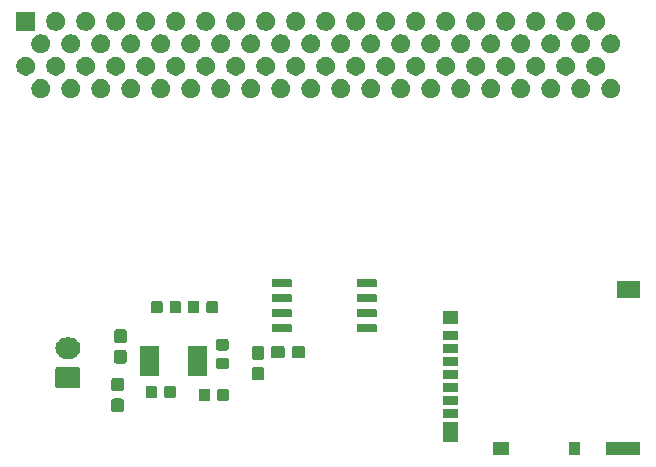
<source format=gbr>
G04 #@! TF.GenerationSoftware,KiCad,Pcbnew,(5.1.5)-3*
G04 #@! TF.CreationDate,2020-05-22T11:52:53-04:00*
G04 #@! TF.ProjectId,uBit_carrier,75426974-5f63-4617-9272-6965722e6b69,rev?*
G04 #@! TF.SameCoordinates,Original*
G04 #@! TF.FileFunction,Soldermask,Top*
G04 #@! TF.FilePolarity,Negative*
%FSLAX46Y46*%
G04 Gerber Fmt 4.6, Leading zero omitted, Abs format (unit mm)*
G04 Created by KiCad (PCBNEW (5.1.5)-3) date 2020-05-22 11:52:53*
%MOMM*%
%LPD*%
G04 APERTURE LIST*
%ADD10C,0.100000*%
G04 APERTURE END LIST*
D10*
G36*
X187826000Y-112576000D02*
G01*
X186524000Y-112576000D01*
X186524000Y-111474000D01*
X187826000Y-111474000D01*
X187826000Y-112576000D01*
G37*
G36*
X193826000Y-112576000D02*
G01*
X192924000Y-112576000D01*
X192924000Y-111474000D01*
X193826000Y-111474000D01*
X193826000Y-112576000D01*
G37*
G36*
X198976000Y-112576000D02*
G01*
X196074000Y-112576000D01*
X196074000Y-111474000D01*
X198976000Y-111474000D01*
X198976000Y-112576000D01*
G37*
G36*
X183526000Y-111476000D02*
G01*
X182224000Y-111476000D01*
X182224000Y-109724000D01*
X183526000Y-109724000D01*
X183526000Y-111476000D01*
G37*
G36*
X183526000Y-109426000D02*
G01*
X182224000Y-109426000D01*
X182224000Y-108624000D01*
X183526000Y-108624000D01*
X183526000Y-109426000D01*
G37*
G36*
X155075899Y-107770845D02*
G01*
X155113395Y-107782220D01*
X155147954Y-107800692D01*
X155178247Y-107825553D01*
X155203108Y-107855846D01*
X155221580Y-107890405D01*
X155232955Y-107927901D01*
X155237400Y-107973038D01*
X155237400Y-108711762D01*
X155232955Y-108756899D01*
X155221580Y-108794395D01*
X155203108Y-108828954D01*
X155178247Y-108859247D01*
X155147954Y-108884108D01*
X155113395Y-108902580D01*
X155075899Y-108913955D01*
X155030762Y-108918400D01*
X154392038Y-108918400D01*
X154346901Y-108913955D01*
X154309405Y-108902580D01*
X154274846Y-108884108D01*
X154244553Y-108859247D01*
X154219692Y-108828954D01*
X154201220Y-108794395D01*
X154189845Y-108756899D01*
X154185400Y-108711762D01*
X154185400Y-107973038D01*
X154189845Y-107927901D01*
X154201220Y-107890405D01*
X154219692Y-107855846D01*
X154244553Y-107825553D01*
X154274846Y-107800692D01*
X154309405Y-107782220D01*
X154346901Y-107770845D01*
X154392038Y-107766400D01*
X155030762Y-107766400D01*
X155075899Y-107770845D01*
G37*
G36*
X183526000Y-108326000D02*
G01*
X182224000Y-108326000D01*
X182224000Y-107524000D01*
X183526000Y-107524000D01*
X183526000Y-108326000D01*
G37*
G36*
X163981691Y-106932785D02*
G01*
X164015669Y-106943093D01*
X164046990Y-106959834D01*
X164074439Y-106982361D01*
X164096966Y-107009810D01*
X164113707Y-107041131D01*
X164124015Y-107075109D01*
X164128100Y-107116590D01*
X164128100Y-107792810D01*
X164124015Y-107834291D01*
X164113707Y-107868269D01*
X164096966Y-107899590D01*
X164074439Y-107927039D01*
X164046990Y-107949566D01*
X164015669Y-107966307D01*
X163981691Y-107976615D01*
X163940210Y-107980700D01*
X163338990Y-107980700D01*
X163297509Y-107976615D01*
X163263531Y-107966307D01*
X163232210Y-107949566D01*
X163204761Y-107927039D01*
X163182234Y-107899590D01*
X163165493Y-107868269D01*
X163155185Y-107834291D01*
X163151100Y-107792810D01*
X163151100Y-107116590D01*
X163155185Y-107075109D01*
X163165493Y-107041131D01*
X163182234Y-107009810D01*
X163204761Y-106982361D01*
X163232210Y-106959834D01*
X163263531Y-106943093D01*
X163297509Y-106932785D01*
X163338990Y-106928700D01*
X163940210Y-106928700D01*
X163981691Y-106932785D01*
G37*
G36*
X162406691Y-106932785D02*
G01*
X162440669Y-106943093D01*
X162471990Y-106959834D01*
X162499439Y-106982361D01*
X162521966Y-107009810D01*
X162538707Y-107041131D01*
X162549015Y-107075109D01*
X162553100Y-107116590D01*
X162553100Y-107792810D01*
X162549015Y-107834291D01*
X162538707Y-107868269D01*
X162521966Y-107899590D01*
X162499439Y-107927039D01*
X162471990Y-107949566D01*
X162440669Y-107966307D01*
X162406691Y-107976615D01*
X162365210Y-107980700D01*
X161763990Y-107980700D01*
X161722509Y-107976615D01*
X161688531Y-107966307D01*
X161657210Y-107949566D01*
X161629761Y-107927039D01*
X161607234Y-107899590D01*
X161590493Y-107868269D01*
X161580185Y-107834291D01*
X161576100Y-107792810D01*
X161576100Y-107116590D01*
X161580185Y-107075109D01*
X161590493Y-107041131D01*
X161607234Y-107009810D01*
X161629761Y-106982361D01*
X161657210Y-106959834D01*
X161688531Y-106943093D01*
X161722509Y-106932785D01*
X161763990Y-106928700D01*
X162365210Y-106928700D01*
X162406691Y-106932785D01*
G37*
G36*
X159485891Y-106691485D02*
G01*
X159519869Y-106701793D01*
X159551190Y-106718534D01*
X159578639Y-106741061D01*
X159601166Y-106768510D01*
X159617907Y-106799831D01*
X159628215Y-106833809D01*
X159632300Y-106875290D01*
X159632300Y-107551510D01*
X159628215Y-107592991D01*
X159617907Y-107626969D01*
X159601166Y-107658290D01*
X159578639Y-107685739D01*
X159551190Y-107708266D01*
X159519869Y-107725007D01*
X159485891Y-107735315D01*
X159444410Y-107739400D01*
X158843190Y-107739400D01*
X158801709Y-107735315D01*
X158767731Y-107725007D01*
X158736410Y-107708266D01*
X158708961Y-107685739D01*
X158686434Y-107658290D01*
X158669693Y-107626969D01*
X158659385Y-107592991D01*
X158655300Y-107551510D01*
X158655300Y-106875290D01*
X158659385Y-106833809D01*
X158669693Y-106799831D01*
X158686434Y-106768510D01*
X158708961Y-106741061D01*
X158736410Y-106718534D01*
X158767731Y-106701793D01*
X158801709Y-106691485D01*
X158843190Y-106687400D01*
X159444410Y-106687400D01*
X159485891Y-106691485D01*
G37*
G36*
X157910891Y-106691485D02*
G01*
X157944869Y-106701793D01*
X157976190Y-106718534D01*
X158003639Y-106741061D01*
X158026166Y-106768510D01*
X158042907Y-106799831D01*
X158053215Y-106833809D01*
X158057300Y-106875290D01*
X158057300Y-107551510D01*
X158053215Y-107592991D01*
X158042907Y-107626969D01*
X158026166Y-107658290D01*
X158003639Y-107685739D01*
X157976190Y-107708266D01*
X157944869Y-107725007D01*
X157910891Y-107735315D01*
X157869410Y-107739400D01*
X157268190Y-107739400D01*
X157226709Y-107735315D01*
X157192731Y-107725007D01*
X157161410Y-107708266D01*
X157133961Y-107685739D01*
X157111434Y-107658290D01*
X157094693Y-107626969D01*
X157084385Y-107592991D01*
X157080300Y-107551510D01*
X157080300Y-106875290D01*
X157084385Y-106833809D01*
X157094693Y-106799831D01*
X157111434Y-106768510D01*
X157133961Y-106741061D01*
X157161410Y-106718534D01*
X157192731Y-106701793D01*
X157226709Y-106691485D01*
X157268190Y-106687400D01*
X157869410Y-106687400D01*
X157910891Y-106691485D01*
G37*
G36*
X183526000Y-107226000D02*
G01*
X182224000Y-107226000D01*
X182224000Y-106424000D01*
X183526000Y-106424000D01*
X183526000Y-107226000D01*
G37*
G36*
X155075899Y-106020845D02*
G01*
X155113395Y-106032220D01*
X155147954Y-106050692D01*
X155178247Y-106075553D01*
X155203108Y-106105846D01*
X155221580Y-106140405D01*
X155232955Y-106177901D01*
X155237400Y-106223038D01*
X155237400Y-106961762D01*
X155232955Y-107006899D01*
X155221580Y-107044395D01*
X155203108Y-107078954D01*
X155178247Y-107109247D01*
X155147954Y-107134108D01*
X155113395Y-107152580D01*
X155075899Y-107163955D01*
X155030762Y-107168400D01*
X154392038Y-107168400D01*
X154346901Y-107163955D01*
X154309405Y-107152580D01*
X154274846Y-107134108D01*
X154244553Y-107109247D01*
X154219692Y-107078954D01*
X154201220Y-107044395D01*
X154189845Y-107006899D01*
X154185400Y-106961762D01*
X154185400Y-106223038D01*
X154189845Y-106177901D01*
X154201220Y-106140405D01*
X154219692Y-106105846D01*
X154244553Y-106075553D01*
X154274846Y-106050692D01*
X154309405Y-106032220D01*
X154346901Y-106020845D01*
X154392038Y-106016400D01*
X155030762Y-106016400D01*
X155075899Y-106020845D01*
G37*
G36*
X151408600Y-105102989D02*
G01*
X151441652Y-105113015D01*
X151472103Y-105129292D01*
X151498799Y-105151201D01*
X151520708Y-105177897D01*
X151536985Y-105208348D01*
X151547011Y-105241400D01*
X151551000Y-105281903D01*
X151551000Y-106718097D01*
X151547011Y-106758600D01*
X151536985Y-106791652D01*
X151520708Y-106822103D01*
X151498799Y-106848799D01*
X151472103Y-106870708D01*
X151441652Y-106886985D01*
X151408600Y-106897011D01*
X151368097Y-106901000D01*
X149631903Y-106901000D01*
X149591400Y-106897011D01*
X149558348Y-106886985D01*
X149527897Y-106870708D01*
X149501201Y-106848799D01*
X149479292Y-106822103D01*
X149463015Y-106791652D01*
X149452989Y-106758600D01*
X149449000Y-106718097D01*
X149449000Y-105281903D01*
X149452989Y-105241400D01*
X149463015Y-105208348D01*
X149479292Y-105177897D01*
X149501201Y-105151201D01*
X149527897Y-105129292D01*
X149558348Y-105113015D01*
X149591400Y-105102989D01*
X149631903Y-105099000D01*
X151368097Y-105099000D01*
X151408600Y-105102989D01*
G37*
G36*
X166950399Y-105091145D02*
G01*
X166987895Y-105102520D01*
X167022454Y-105120992D01*
X167052747Y-105145853D01*
X167077608Y-105176146D01*
X167096080Y-105210705D01*
X167107455Y-105248201D01*
X167111900Y-105293338D01*
X167111900Y-106032062D01*
X167107455Y-106077199D01*
X167096080Y-106114695D01*
X167077608Y-106149254D01*
X167052747Y-106179547D01*
X167022454Y-106204408D01*
X166987895Y-106222880D01*
X166950399Y-106234255D01*
X166905262Y-106238700D01*
X166266538Y-106238700D01*
X166221401Y-106234255D01*
X166183905Y-106222880D01*
X166149346Y-106204408D01*
X166119053Y-106179547D01*
X166094192Y-106149254D01*
X166075720Y-106114695D01*
X166064345Y-106077199D01*
X166059900Y-106032062D01*
X166059900Y-105293338D01*
X166064345Y-105248201D01*
X166075720Y-105210705D01*
X166094192Y-105176146D01*
X166119053Y-105145853D01*
X166149346Y-105120992D01*
X166183905Y-105102520D01*
X166221401Y-105091145D01*
X166266538Y-105086700D01*
X166905262Y-105086700D01*
X166950399Y-105091145D01*
G37*
G36*
X183526000Y-106126000D02*
G01*
X182224000Y-106126000D01*
X182224000Y-105324000D01*
X183526000Y-105324000D01*
X183526000Y-106126000D01*
G37*
G36*
X162318900Y-105826399D02*
G01*
X160692900Y-105826399D01*
X160692900Y-103317201D01*
X162318900Y-103317201D01*
X162318900Y-105826399D01*
G37*
G36*
X158229500Y-105826399D02*
G01*
X156603500Y-105826399D01*
X156603500Y-103317201D01*
X158229500Y-103317201D01*
X158229500Y-105826399D01*
G37*
G36*
X163968291Y-104316085D02*
G01*
X164002269Y-104326393D01*
X164033590Y-104343134D01*
X164061039Y-104365661D01*
X164083566Y-104393110D01*
X164100307Y-104424431D01*
X164110615Y-104458409D01*
X164114700Y-104499890D01*
X164114700Y-105101110D01*
X164110615Y-105142591D01*
X164100307Y-105176569D01*
X164083566Y-105207890D01*
X164061039Y-105235339D01*
X164033590Y-105257866D01*
X164002269Y-105274607D01*
X163968291Y-105284915D01*
X163926810Y-105289000D01*
X163250590Y-105289000D01*
X163209109Y-105284915D01*
X163175131Y-105274607D01*
X163143810Y-105257866D01*
X163116361Y-105235339D01*
X163093834Y-105207890D01*
X163077093Y-105176569D01*
X163066785Y-105142591D01*
X163062700Y-105101110D01*
X163062700Y-104499890D01*
X163066785Y-104458409D01*
X163077093Y-104424431D01*
X163093834Y-104393110D01*
X163116361Y-104365661D01*
X163143810Y-104343134D01*
X163175131Y-104326393D01*
X163209109Y-104316085D01*
X163250590Y-104312000D01*
X163926810Y-104312000D01*
X163968291Y-104316085D01*
G37*
G36*
X183526000Y-105026000D02*
G01*
X182224000Y-105026000D01*
X182224000Y-104224000D01*
X183526000Y-104224000D01*
X183526000Y-105026000D01*
G37*
G36*
X155317199Y-103668745D02*
G01*
X155354695Y-103680120D01*
X155389254Y-103698592D01*
X155419547Y-103723453D01*
X155444408Y-103753746D01*
X155462880Y-103788305D01*
X155474255Y-103825801D01*
X155478700Y-103870938D01*
X155478700Y-104609662D01*
X155474255Y-104654799D01*
X155462880Y-104692295D01*
X155444408Y-104726854D01*
X155419547Y-104757147D01*
X155389254Y-104782008D01*
X155354695Y-104800480D01*
X155317199Y-104811855D01*
X155272062Y-104816300D01*
X154633338Y-104816300D01*
X154588201Y-104811855D01*
X154550705Y-104800480D01*
X154516146Y-104782008D01*
X154485853Y-104757147D01*
X154460992Y-104726854D01*
X154442520Y-104692295D01*
X154431145Y-104654799D01*
X154426700Y-104609662D01*
X154426700Y-103870938D01*
X154431145Y-103825801D01*
X154442520Y-103788305D01*
X154460992Y-103753746D01*
X154485853Y-103723453D01*
X154516146Y-103698592D01*
X154550705Y-103680120D01*
X154588201Y-103668745D01*
X154633338Y-103664300D01*
X155272062Y-103664300D01*
X155317199Y-103668745D01*
G37*
G36*
X166950399Y-103341145D02*
G01*
X166987895Y-103352520D01*
X167022454Y-103370992D01*
X167052747Y-103395853D01*
X167077608Y-103426146D01*
X167096080Y-103460705D01*
X167107455Y-103498201D01*
X167111900Y-103543338D01*
X167111900Y-104282062D01*
X167107455Y-104327199D01*
X167096080Y-104364695D01*
X167077608Y-104399254D01*
X167052747Y-104429547D01*
X167022454Y-104454408D01*
X166987895Y-104472880D01*
X166950399Y-104484255D01*
X166905262Y-104488700D01*
X166266538Y-104488700D01*
X166221401Y-104484255D01*
X166183905Y-104472880D01*
X166149346Y-104454408D01*
X166119053Y-104429547D01*
X166094192Y-104399254D01*
X166075720Y-104364695D01*
X166064345Y-104327199D01*
X166059900Y-104282062D01*
X166059900Y-103543338D01*
X166064345Y-103498201D01*
X166075720Y-103460705D01*
X166094192Y-103426146D01*
X166119053Y-103395853D01*
X166149346Y-103370992D01*
X166183905Y-103352520D01*
X166221401Y-103341145D01*
X166266538Y-103336700D01*
X166905262Y-103336700D01*
X166950399Y-103341145D01*
G37*
G36*
X150760443Y-102605519D02*
G01*
X150826627Y-102612037D01*
X150996466Y-102663557D01*
X151152991Y-102747222D01*
X151178472Y-102768134D01*
X151290186Y-102859814D01*
X151373448Y-102961271D01*
X151402778Y-102997009D01*
X151486443Y-103153534D01*
X151537963Y-103323373D01*
X151555359Y-103500000D01*
X151537963Y-103676627D01*
X151486443Y-103846466D01*
X151402778Y-104002991D01*
X151373448Y-104038729D01*
X151290186Y-104140186D01*
X151200673Y-104213646D01*
X151152991Y-104252778D01*
X151152989Y-104252779D01*
X151005383Y-104331677D01*
X150996466Y-104336443D01*
X150826627Y-104387963D01*
X150760442Y-104394482D01*
X150694260Y-104401000D01*
X150305740Y-104401000D01*
X150239557Y-104394481D01*
X150173373Y-104387963D01*
X150003534Y-104336443D01*
X149994618Y-104331677D01*
X149847011Y-104252779D01*
X149847009Y-104252778D01*
X149799327Y-104213646D01*
X149709814Y-104140186D01*
X149626552Y-104038729D01*
X149597222Y-104002991D01*
X149513557Y-103846466D01*
X149462037Y-103676627D01*
X149444641Y-103500000D01*
X149462037Y-103323373D01*
X149513557Y-103153534D01*
X149597222Y-102997009D01*
X149626552Y-102961271D01*
X149709814Y-102859814D01*
X149821528Y-102768134D01*
X149847009Y-102747222D01*
X150003534Y-102663557D01*
X150173373Y-102612037D01*
X150239557Y-102605519D01*
X150305740Y-102599000D01*
X150694260Y-102599000D01*
X150760443Y-102605519D01*
G37*
G36*
X168689499Y-103328445D02*
G01*
X168726995Y-103339820D01*
X168761554Y-103358292D01*
X168791847Y-103383153D01*
X168816708Y-103413446D01*
X168835180Y-103448005D01*
X168846555Y-103485501D01*
X168851000Y-103530638D01*
X168851000Y-104169362D01*
X168846555Y-104214499D01*
X168835180Y-104251995D01*
X168816708Y-104286554D01*
X168791847Y-104316847D01*
X168761554Y-104341708D01*
X168726995Y-104360180D01*
X168689499Y-104371555D01*
X168644362Y-104376000D01*
X167905638Y-104376000D01*
X167860501Y-104371555D01*
X167823005Y-104360180D01*
X167788446Y-104341708D01*
X167758153Y-104316847D01*
X167733292Y-104286554D01*
X167714820Y-104251995D01*
X167703445Y-104214499D01*
X167699000Y-104169362D01*
X167699000Y-103530638D01*
X167703445Y-103485501D01*
X167714820Y-103448005D01*
X167733292Y-103413446D01*
X167758153Y-103383153D01*
X167788446Y-103358292D01*
X167823005Y-103339820D01*
X167860501Y-103328445D01*
X167905638Y-103324000D01*
X168644362Y-103324000D01*
X168689499Y-103328445D01*
G37*
G36*
X170439499Y-103328445D02*
G01*
X170476995Y-103339820D01*
X170511554Y-103358292D01*
X170541847Y-103383153D01*
X170566708Y-103413446D01*
X170585180Y-103448005D01*
X170596555Y-103485501D01*
X170601000Y-103530638D01*
X170601000Y-104169362D01*
X170596555Y-104214499D01*
X170585180Y-104251995D01*
X170566708Y-104286554D01*
X170541847Y-104316847D01*
X170511554Y-104341708D01*
X170476995Y-104360180D01*
X170439499Y-104371555D01*
X170394362Y-104376000D01*
X169655638Y-104376000D01*
X169610501Y-104371555D01*
X169573005Y-104360180D01*
X169538446Y-104341708D01*
X169508153Y-104316847D01*
X169483292Y-104286554D01*
X169464820Y-104251995D01*
X169453445Y-104214499D01*
X169449000Y-104169362D01*
X169449000Y-103530638D01*
X169453445Y-103485501D01*
X169464820Y-103448005D01*
X169483292Y-103413446D01*
X169508153Y-103383153D01*
X169538446Y-103358292D01*
X169573005Y-103339820D01*
X169610501Y-103328445D01*
X169655638Y-103324000D01*
X170394362Y-103324000D01*
X170439499Y-103328445D01*
G37*
G36*
X183526000Y-103926000D02*
G01*
X182224000Y-103926000D01*
X182224000Y-103124000D01*
X183526000Y-103124000D01*
X183526000Y-103926000D01*
G37*
G36*
X163968291Y-102741085D02*
G01*
X164002269Y-102751393D01*
X164033590Y-102768134D01*
X164061039Y-102790661D01*
X164083566Y-102818110D01*
X164100307Y-102849431D01*
X164110615Y-102883409D01*
X164114700Y-102924890D01*
X164114700Y-103526110D01*
X164110615Y-103567591D01*
X164100307Y-103601569D01*
X164083566Y-103632890D01*
X164061039Y-103660339D01*
X164033590Y-103682866D01*
X164002269Y-103699607D01*
X163968291Y-103709915D01*
X163926810Y-103714000D01*
X163250590Y-103714000D01*
X163209109Y-103709915D01*
X163175131Y-103699607D01*
X163143810Y-103682866D01*
X163116361Y-103660339D01*
X163093834Y-103632890D01*
X163077093Y-103601569D01*
X163066785Y-103567591D01*
X163062700Y-103526110D01*
X163062700Y-102924890D01*
X163066785Y-102883409D01*
X163077093Y-102849431D01*
X163093834Y-102818110D01*
X163116361Y-102790661D01*
X163143810Y-102768134D01*
X163175131Y-102751393D01*
X163209109Y-102741085D01*
X163250590Y-102737000D01*
X163926810Y-102737000D01*
X163968291Y-102741085D01*
G37*
G36*
X155317199Y-101918745D02*
G01*
X155354695Y-101930120D01*
X155389254Y-101948592D01*
X155419547Y-101973453D01*
X155444408Y-102003746D01*
X155462880Y-102038305D01*
X155474255Y-102075801D01*
X155478700Y-102120938D01*
X155478700Y-102859662D01*
X155474255Y-102904799D01*
X155462880Y-102942295D01*
X155444408Y-102976854D01*
X155419547Y-103007147D01*
X155389254Y-103032008D01*
X155354695Y-103050480D01*
X155317199Y-103061855D01*
X155272062Y-103066300D01*
X154633338Y-103066300D01*
X154588201Y-103061855D01*
X154550705Y-103050480D01*
X154516146Y-103032008D01*
X154485853Y-103007147D01*
X154460992Y-102976854D01*
X154442520Y-102942295D01*
X154431145Y-102904799D01*
X154426700Y-102859662D01*
X154426700Y-102120938D01*
X154431145Y-102075801D01*
X154442520Y-102038305D01*
X154460992Y-102003746D01*
X154485853Y-101973453D01*
X154516146Y-101948592D01*
X154550705Y-101930120D01*
X154588201Y-101918745D01*
X154633338Y-101914300D01*
X155272062Y-101914300D01*
X155317199Y-101918745D01*
G37*
G36*
X183526000Y-102826000D02*
G01*
X182224000Y-102826000D01*
X182224000Y-102024000D01*
X183526000Y-102024000D01*
X183526000Y-102826000D01*
G37*
G36*
X169359928Y-101456764D02*
G01*
X169381009Y-101463160D01*
X169400445Y-101473548D01*
X169417476Y-101487524D01*
X169431452Y-101504555D01*
X169441840Y-101523991D01*
X169448236Y-101545072D01*
X169451000Y-101573140D01*
X169451000Y-102036860D01*
X169448236Y-102064928D01*
X169441840Y-102086009D01*
X169431452Y-102105445D01*
X169417476Y-102122476D01*
X169400445Y-102136452D01*
X169381009Y-102146840D01*
X169359928Y-102153236D01*
X169331860Y-102156000D01*
X167868140Y-102156000D01*
X167840072Y-102153236D01*
X167818991Y-102146840D01*
X167799555Y-102136452D01*
X167782524Y-102122476D01*
X167768548Y-102105445D01*
X167758160Y-102086009D01*
X167751764Y-102064928D01*
X167749000Y-102036860D01*
X167749000Y-101573140D01*
X167751764Y-101545072D01*
X167758160Y-101523991D01*
X167768548Y-101504555D01*
X167782524Y-101487524D01*
X167799555Y-101473548D01*
X167818991Y-101463160D01*
X167840072Y-101456764D01*
X167868140Y-101454000D01*
X169331860Y-101454000D01*
X169359928Y-101456764D01*
G37*
G36*
X176559928Y-101456764D02*
G01*
X176581009Y-101463160D01*
X176600445Y-101473548D01*
X176617476Y-101487524D01*
X176631452Y-101504555D01*
X176641840Y-101523991D01*
X176648236Y-101545072D01*
X176651000Y-101573140D01*
X176651000Y-102036860D01*
X176648236Y-102064928D01*
X176641840Y-102086009D01*
X176631452Y-102105445D01*
X176617476Y-102122476D01*
X176600445Y-102136452D01*
X176581009Y-102146840D01*
X176559928Y-102153236D01*
X176531860Y-102156000D01*
X175068140Y-102156000D01*
X175040072Y-102153236D01*
X175018991Y-102146840D01*
X174999555Y-102136452D01*
X174982524Y-102122476D01*
X174968548Y-102105445D01*
X174958160Y-102086009D01*
X174951764Y-102064928D01*
X174949000Y-102036860D01*
X174949000Y-101573140D01*
X174951764Y-101545072D01*
X174958160Y-101523991D01*
X174968548Y-101504555D01*
X174982524Y-101487524D01*
X174999555Y-101473548D01*
X175018991Y-101463160D01*
X175040072Y-101456764D01*
X175068140Y-101454000D01*
X176531860Y-101454000D01*
X176559928Y-101456764D01*
G37*
G36*
X183526000Y-101426000D02*
G01*
X182224000Y-101426000D01*
X182224000Y-100324000D01*
X183526000Y-100324000D01*
X183526000Y-101426000D01*
G37*
G36*
X169359928Y-100186764D02*
G01*
X169381009Y-100193160D01*
X169400445Y-100203548D01*
X169417476Y-100217524D01*
X169431452Y-100234555D01*
X169441840Y-100253991D01*
X169448236Y-100275072D01*
X169451000Y-100303140D01*
X169451000Y-100766860D01*
X169448236Y-100794928D01*
X169441840Y-100816009D01*
X169431452Y-100835445D01*
X169417476Y-100852476D01*
X169400445Y-100866452D01*
X169381009Y-100876840D01*
X169359928Y-100883236D01*
X169331860Y-100886000D01*
X167868140Y-100886000D01*
X167840072Y-100883236D01*
X167818991Y-100876840D01*
X167799555Y-100866452D01*
X167782524Y-100852476D01*
X167768548Y-100835445D01*
X167758160Y-100816009D01*
X167751764Y-100794928D01*
X167749000Y-100766860D01*
X167749000Y-100303140D01*
X167751764Y-100275072D01*
X167758160Y-100253991D01*
X167768548Y-100234555D01*
X167782524Y-100217524D01*
X167799555Y-100203548D01*
X167818991Y-100193160D01*
X167840072Y-100186764D01*
X167868140Y-100184000D01*
X169331860Y-100184000D01*
X169359928Y-100186764D01*
G37*
G36*
X176559928Y-100186764D02*
G01*
X176581009Y-100193160D01*
X176600445Y-100203548D01*
X176617476Y-100217524D01*
X176631452Y-100234555D01*
X176641840Y-100253991D01*
X176648236Y-100275072D01*
X176651000Y-100303140D01*
X176651000Y-100766860D01*
X176648236Y-100794928D01*
X176641840Y-100816009D01*
X176631452Y-100835445D01*
X176617476Y-100852476D01*
X176600445Y-100866452D01*
X176581009Y-100876840D01*
X176559928Y-100883236D01*
X176531860Y-100886000D01*
X175068140Y-100886000D01*
X175040072Y-100883236D01*
X175018991Y-100876840D01*
X174999555Y-100866452D01*
X174982524Y-100852476D01*
X174968548Y-100835445D01*
X174958160Y-100816009D01*
X174951764Y-100794928D01*
X174949000Y-100766860D01*
X174949000Y-100303140D01*
X174951764Y-100275072D01*
X174958160Y-100253991D01*
X174968548Y-100234555D01*
X174982524Y-100217524D01*
X174999555Y-100203548D01*
X175018991Y-100193160D01*
X175040072Y-100186764D01*
X175068140Y-100184000D01*
X176531860Y-100184000D01*
X176559928Y-100186764D01*
G37*
G36*
X161479591Y-99503285D02*
G01*
X161513569Y-99513593D01*
X161544890Y-99530334D01*
X161572339Y-99552861D01*
X161594866Y-99580310D01*
X161611607Y-99611631D01*
X161621915Y-99645609D01*
X161626000Y-99687090D01*
X161626000Y-100363310D01*
X161621915Y-100404791D01*
X161611607Y-100438769D01*
X161594866Y-100470090D01*
X161572339Y-100497539D01*
X161544890Y-100520066D01*
X161513569Y-100536807D01*
X161479591Y-100547115D01*
X161438110Y-100551200D01*
X160836890Y-100551200D01*
X160795409Y-100547115D01*
X160761431Y-100536807D01*
X160730110Y-100520066D01*
X160702661Y-100497539D01*
X160680134Y-100470090D01*
X160663393Y-100438769D01*
X160653085Y-100404791D01*
X160649000Y-100363310D01*
X160649000Y-99687090D01*
X160653085Y-99645609D01*
X160663393Y-99611631D01*
X160680134Y-99580310D01*
X160702661Y-99552861D01*
X160730110Y-99530334D01*
X160761431Y-99513593D01*
X160795409Y-99503285D01*
X160836890Y-99499200D01*
X161438110Y-99499200D01*
X161479591Y-99503285D01*
G37*
G36*
X163054591Y-99503285D02*
G01*
X163088569Y-99513593D01*
X163119890Y-99530334D01*
X163147339Y-99552861D01*
X163169866Y-99580310D01*
X163186607Y-99611631D01*
X163196915Y-99645609D01*
X163201000Y-99687090D01*
X163201000Y-100363310D01*
X163196915Y-100404791D01*
X163186607Y-100438769D01*
X163169866Y-100470090D01*
X163147339Y-100497539D01*
X163119890Y-100520066D01*
X163088569Y-100536807D01*
X163054591Y-100547115D01*
X163013110Y-100551200D01*
X162411890Y-100551200D01*
X162370409Y-100547115D01*
X162336431Y-100536807D01*
X162305110Y-100520066D01*
X162277661Y-100497539D01*
X162255134Y-100470090D01*
X162238393Y-100438769D01*
X162228085Y-100404791D01*
X162224000Y-100363310D01*
X162224000Y-99687090D01*
X162228085Y-99645609D01*
X162238393Y-99611631D01*
X162255134Y-99580310D01*
X162277661Y-99552861D01*
X162305110Y-99530334D01*
X162336431Y-99513593D01*
X162370409Y-99503285D01*
X162411890Y-99499200D01*
X163013110Y-99499200D01*
X163054591Y-99503285D01*
G37*
G36*
X159943091Y-99503285D02*
G01*
X159977069Y-99513593D01*
X160008390Y-99530334D01*
X160035839Y-99552861D01*
X160058366Y-99580310D01*
X160075107Y-99611631D01*
X160085415Y-99645609D01*
X160089500Y-99687090D01*
X160089500Y-100363310D01*
X160085415Y-100404791D01*
X160075107Y-100438769D01*
X160058366Y-100470090D01*
X160035839Y-100497539D01*
X160008390Y-100520066D01*
X159977069Y-100536807D01*
X159943091Y-100547115D01*
X159901610Y-100551200D01*
X159300390Y-100551200D01*
X159258909Y-100547115D01*
X159224931Y-100536807D01*
X159193610Y-100520066D01*
X159166161Y-100497539D01*
X159143634Y-100470090D01*
X159126893Y-100438769D01*
X159116585Y-100404791D01*
X159112500Y-100363310D01*
X159112500Y-99687090D01*
X159116585Y-99645609D01*
X159126893Y-99611631D01*
X159143634Y-99580310D01*
X159166161Y-99552861D01*
X159193610Y-99530334D01*
X159224931Y-99513593D01*
X159258909Y-99503285D01*
X159300390Y-99499200D01*
X159901610Y-99499200D01*
X159943091Y-99503285D01*
G37*
G36*
X158368091Y-99503285D02*
G01*
X158402069Y-99513593D01*
X158433390Y-99530334D01*
X158460839Y-99552861D01*
X158483366Y-99580310D01*
X158500107Y-99611631D01*
X158510415Y-99645609D01*
X158514500Y-99687090D01*
X158514500Y-100363310D01*
X158510415Y-100404791D01*
X158500107Y-100438769D01*
X158483366Y-100470090D01*
X158460839Y-100497539D01*
X158433390Y-100520066D01*
X158402069Y-100536807D01*
X158368091Y-100547115D01*
X158326610Y-100551200D01*
X157725390Y-100551200D01*
X157683909Y-100547115D01*
X157649931Y-100536807D01*
X157618610Y-100520066D01*
X157591161Y-100497539D01*
X157568634Y-100470090D01*
X157551893Y-100438769D01*
X157541585Y-100404791D01*
X157537500Y-100363310D01*
X157537500Y-99687090D01*
X157541585Y-99645609D01*
X157551893Y-99611631D01*
X157568634Y-99580310D01*
X157591161Y-99552861D01*
X157618610Y-99530334D01*
X157649931Y-99513593D01*
X157683909Y-99503285D01*
X157725390Y-99499200D01*
X158326610Y-99499200D01*
X158368091Y-99503285D01*
G37*
G36*
X169359928Y-98916764D02*
G01*
X169381009Y-98923160D01*
X169400445Y-98933548D01*
X169417476Y-98947524D01*
X169431452Y-98964555D01*
X169441840Y-98983991D01*
X169448236Y-99005072D01*
X169451000Y-99033140D01*
X169451000Y-99496860D01*
X169448236Y-99524928D01*
X169441840Y-99546009D01*
X169431452Y-99565445D01*
X169417476Y-99582476D01*
X169400445Y-99596452D01*
X169381009Y-99606840D01*
X169359928Y-99613236D01*
X169331860Y-99616000D01*
X167868140Y-99616000D01*
X167840072Y-99613236D01*
X167818991Y-99606840D01*
X167799555Y-99596452D01*
X167782524Y-99582476D01*
X167768548Y-99565445D01*
X167758160Y-99546009D01*
X167751764Y-99524928D01*
X167749000Y-99496860D01*
X167749000Y-99033140D01*
X167751764Y-99005072D01*
X167758160Y-98983991D01*
X167768548Y-98964555D01*
X167782524Y-98947524D01*
X167799555Y-98933548D01*
X167818991Y-98923160D01*
X167840072Y-98916764D01*
X167868140Y-98914000D01*
X169331860Y-98914000D01*
X169359928Y-98916764D01*
G37*
G36*
X176559928Y-98916764D02*
G01*
X176581009Y-98923160D01*
X176600445Y-98933548D01*
X176617476Y-98947524D01*
X176631452Y-98964555D01*
X176641840Y-98983991D01*
X176648236Y-99005072D01*
X176651000Y-99033140D01*
X176651000Y-99496860D01*
X176648236Y-99524928D01*
X176641840Y-99546009D01*
X176631452Y-99565445D01*
X176617476Y-99582476D01*
X176600445Y-99596452D01*
X176581009Y-99606840D01*
X176559928Y-99613236D01*
X176531860Y-99616000D01*
X175068140Y-99616000D01*
X175040072Y-99613236D01*
X175018991Y-99606840D01*
X174999555Y-99596452D01*
X174982524Y-99582476D01*
X174968548Y-99565445D01*
X174958160Y-99546009D01*
X174951764Y-99524928D01*
X174949000Y-99496860D01*
X174949000Y-99033140D01*
X174951764Y-99005072D01*
X174958160Y-98983991D01*
X174968548Y-98964555D01*
X174982524Y-98947524D01*
X174999555Y-98933548D01*
X175018991Y-98923160D01*
X175040072Y-98916764D01*
X175068140Y-98914000D01*
X176531860Y-98914000D01*
X176559928Y-98916764D01*
G37*
G36*
X198976000Y-99226000D02*
G01*
X196974000Y-99226000D01*
X196974000Y-97824000D01*
X198976000Y-97824000D01*
X198976000Y-99226000D01*
G37*
G36*
X176559928Y-97646764D02*
G01*
X176581009Y-97653160D01*
X176600445Y-97663548D01*
X176617476Y-97677524D01*
X176631452Y-97694555D01*
X176641840Y-97713991D01*
X176648236Y-97735072D01*
X176651000Y-97763140D01*
X176651000Y-98226860D01*
X176648236Y-98254928D01*
X176641840Y-98276009D01*
X176631452Y-98295445D01*
X176617476Y-98312476D01*
X176600445Y-98326452D01*
X176581009Y-98336840D01*
X176559928Y-98343236D01*
X176531860Y-98346000D01*
X175068140Y-98346000D01*
X175040072Y-98343236D01*
X175018991Y-98336840D01*
X174999555Y-98326452D01*
X174982524Y-98312476D01*
X174968548Y-98295445D01*
X174958160Y-98276009D01*
X174951764Y-98254928D01*
X174949000Y-98226860D01*
X174949000Y-97763140D01*
X174951764Y-97735072D01*
X174958160Y-97713991D01*
X174968548Y-97694555D01*
X174982524Y-97677524D01*
X174999555Y-97663548D01*
X175018991Y-97653160D01*
X175040072Y-97646764D01*
X175068140Y-97644000D01*
X176531860Y-97644000D01*
X176559928Y-97646764D01*
G37*
G36*
X169359928Y-97646764D02*
G01*
X169381009Y-97653160D01*
X169400445Y-97663548D01*
X169417476Y-97677524D01*
X169431452Y-97694555D01*
X169441840Y-97713991D01*
X169448236Y-97735072D01*
X169451000Y-97763140D01*
X169451000Y-98226860D01*
X169448236Y-98254928D01*
X169441840Y-98276009D01*
X169431452Y-98295445D01*
X169417476Y-98312476D01*
X169400445Y-98326452D01*
X169381009Y-98336840D01*
X169359928Y-98343236D01*
X169331860Y-98346000D01*
X167868140Y-98346000D01*
X167840072Y-98343236D01*
X167818991Y-98336840D01*
X167799555Y-98326452D01*
X167782524Y-98312476D01*
X167768548Y-98295445D01*
X167758160Y-98276009D01*
X167751764Y-98254928D01*
X167749000Y-98226860D01*
X167749000Y-97763140D01*
X167751764Y-97735072D01*
X167758160Y-97713991D01*
X167768548Y-97694555D01*
X167782524Y-97677524D01*
X167799555Y-97663548D01*
X167818991Y-97653160D01*
X167840072Y-97646764D01*
X167868140Y-97644000D01*
X169331860Y-97644000D01*
X169359928Y-97646764D01*
G37*
G36*
X150973642Y-80754781D02*
G01*
X151119414Y-80815162D01*
X151119416Y-80815163D01*
X151250608Y-80902822D01*
X151362178Y-81014392D01*
X151449837Y-81145584D01*
X151449838Y-81145586D01*
X151510219Y-81291358D01*
X151541000Y-81446107D01*
X151541000Y-81603893D01*
X151510219Y-81758642D01*
X151449838Y-81904414D01*
X151449837Y-81904416D01*
X151362178Y-82035608D01*
X151250608Y-82147178D01*
X151119416Y-82234837D01*
X151119415Y-82234838D01*
X151119414Y-82234838D01*
X150973642Y-82295219D01*
X150818893Y-82326000D01*
X150661107Y-82326000D01*
X150506358Y-82295219D01*
X150360586Y-82234838D01*
X150360585Y-82234838D01*
X150360584Y-82234837D01*
X150229392Y-82147178D01*
X150117822Y-82035608D01*
X150030163Y-81904416D01*
X150030162Y-81904414D01*
X149969781Y-81758642D01*
X149939000Y-81603893D01*
X149939000Y-81446107D01*
X149969781Y-81291358D01*
X150030162Y-81145586D01*
X150030163Y-81145584D01*
X150117822Y-81014392D01*
X150229392Y-80902822D01*
X150360584Y-80815163D01*
X150360586Y-80815162D01*
X150506358Y-80754781D01*
X150661107Y-80724000D01*
X150818893Y-80724000D01*
X150973642Y-80754781D01*
G37*
G36*
X153513642Y-80754781D02*
G01*
X153659414Y-80815162D01*
X153659416Y-80815163D01*
X153790608Y-80902822D01*
X153902178Y-81014392D01*
X153989837Y-81145584D01*
X153989838Y-81145586D01*
X154050219Y-81291358D01*
X154081000Y-81446107D01*
X154081000Y-81603893D01*
X154050219Y-81758642D01*
X153989838Y-81904414D01*
X153989837Y-81904416D01*
X153902178Y-82035608D01*
X153790608Y-82147178D01*
X153659416Y-82234837D01*
X153659415Y-82234838D01*
X153659414Y-82234838D01*
X153513642Y-82295219D01*
X153358893Y-82326000D01*
X153201107Y-82326000D01*
X153046358Y-82295219D01*
X152900586Y-82234838D01*
X152900585Y-82234838D01*
X152900584Y-82234837D01*
X152769392Y-82147178D01*
X152657822Y-82035608D01*
X152570163Y-81904416D01*
X152570162Y-81904414D01*
X152509781Y-81758642D01*
X152479000Y-81603893D01*
X152479000Y-81446107D01*
X152509781Y-81291358D01*
X152570162Y-81145586D01*
X152570163Y-81145584D01*
X152657822Y-81014392D01*
X152769392Y-80902822D01*
X152900584Y-80815163D01*
X152900586Y-80815162D01*
X153046358Y-80754781D01*
X153201107Y-80724000D01*
X153358893Y-80724000D01*
X153513642Y-80754781D01*
G37*
G36*
X156053642Y-80754781D02*
G01*
X156199414Y-80815162D01*
X156199416Y-80815163D01*
X156330608Y-80902822D01*
X156442178Y-81014392D01*
X156529837Y-81145584D01*
X156529838Y-81145586D01*
X156590219Y-81291358D01*
X156621000Y-81446107D01*
X156621000Y-81603893D01*
X156590219Y-81758642D01*
X156529838Y-81904414D01*
X156529837Y-81904416D01*
X156442178Y-82035608D01*
X156330608Y-82147178D01*
X156199416Y-82234837D01*
X156199415Y-82234838D01*
X156199414Y-82234838D01*
X156053642Y-82295219D01*
X155898893Y-82326000D01*
X155741107Y-82326000D01*
X155586358Y-82295219D01*
X155440586Y-82234838D01*
X155440585Y-82234838D01*
X155440584Y-82234837D01*
X155309392Y-82147178D01*
X155197822Y-82035608D01*
X155110163Y-81904416D01*
X155110162Y-81904414D01*
X155049781Y-81758642D01*
X155019000Y-81603893D01*
X155019000Y-81446107D01*
X155049781Y-81291358D01*
X155110162Y-81145586D01*
X155110163Y-81145584D01*
X155197822Y-81014392D01*
X155309392Y-80902822D01*
X155440584Y-80815163D01*
X155440586Y-80815162D01*
X155586358Y-80754781D01*
X155741107Y-80724000D01*
X155898893Y-80724000D01*
X156053642Y-80754781D01*
G37*
G36*
X158593642Y-80754781D02*
G01*
X158739414Y-80815162D01*
X158739416Y-80815163D01*
X158870608Y-80902822D01*
X158982178Y-81014392D01*
X159069837Y-81145584D01*
X159069838Y-81145586D01*
X159130219Y-81291358D01*
X159161000Y-81446107D01*
X159161000Y-81603893D01*
X159130219Y-81758642D01*
X159069838Y-81904414D01*
X159069837Y-81904416D01*
X158982178Y-82035608D01*
X158870608Y-82147178D01*
X158739416Y-82234837D01*
X158739415Y-82234838D01*
X158739414Y-82234838D01*
X158593642Y-82295219D01*
X158438893Y-82326000D01*
X158281107Y-82326000D01*
X158126358Y-82295219D01*
X157980586Y-82234838D01*
X157980585Y-82234838D01*
X157980584Y-82234837D01*
X157849392Y-82147178D01*
X157737822Y-82035608D01*
X157650163Y-81904416D01*
X157650162Y-81904414D01*
X157589781Y-81758642D01*
X157559000Y-81603893D01*
X157559000Y-81446107D01*
X157589781Y-81291358D01*
X157650162Y-81145586D01*
X157650163Y-81145584D01*
X157737822Y-81014392D01*
X157849392Y-80902822D01*
X157980584Y-80815163D01*
X157980586Y-80815162D01*
X158126358Y-80754781D01*
X158281107Y-80724000D01*
X158438893Y-80724000D01*
X158593642Y-80754781D01*
G37*
G36*
X178913642Y-80754781D02*
G01*
X179059414Y-80815162D01*
X179059416Y-80815163D01*
X179190608Y-80902822D01*
X179302178Y-81014392D01*
X179389837Y-81145584D01*
X179389838Y-81145586D01*
X179450219Y-81291358D01*
X179481000Y-81446107D01*
X179481000Y-81603893D01*
X179450219Y-81758642D01*
X179389838Y-81904414D01*
X179389837Y-81904416D01*
X179302178Y-82035608D01*
X179190608Y-82147178D01*
X179059416Y-82234837D01*
X179059415Y-82234838D01*
X179059414Y-82234838D01*
X178913642Y-82295219D01*
X178758893Y-82326000D01*
X178601107Y-82326000D01*
X178446358Y-82295219D01*
X178300586Y-82234838D01*
X178300585Y-82234838D01*
X178300584Y-82234837D01*
X178169392Y-82147178D01*
X178057822Y-82035608D01*
X177970163Y-81904416D01*
X177970162Y-81904414D01*
X177909781Y-81758642D01*
X177879000Y-81603893D01*
X177879000Y-81446107D01*
X177909781Y-81291358D01*
X177970162Y-81145586D01*
X177970163Y-81145584D01*
X178057822Y-81014392D01*
X178169392Y-80902822D01*
X178300584Y-80815163D01*
X178300586Y-80815162D01*
X178446358Y-80754781D01*
X178601107Y-80724000D01*
X178758893Y-80724000D01*
X178913642Y-80754781D01*
G37*
G36*
X176373642Y-80754781D02*
G01*
X176519414Y-80815162D01*
X176519416Y-80815163D01*
X176650608Y-80902822D01*
X176762178Y-81014392D01*
X176849837Y-81145584D01*
X176849838Y-81145586D01*
X176910219Y-81291358D01*
X176941000Y-81446107D01*
X176941000Y-81603893D01*
X176910219Y-81758642D01*
X176849838Y-81904414D01*
X176849837Y-81904416D01*
X176762178Y-82035608D01*
X176650608Y-82147178D01*
X176519416Y-82234837D01*
X176519415Y-82234838D01*
X176519414Y-82234838D01*
X176373642Y-82295219D01*
X176218893Y-82326000D01*
X176061107Y-82326000D01*
X175906358Y-82295219D01*
X175760586Y-82234838D01*
X175760585Y-82234838D01*
X175760584Y-82234837D01*
X175629392Y-82147178D01*
X175517822Y-82035608D01*
X175430163Y-81904416D01*
X175430162Y-81904414D01*
X175369781Y-81758642D01*
X175339000Y-81603893D01*
X175339000Y-81446107D01*
X175369781Y-81291358D01*
X175430162Y-81145586D01*
X175430163Y-81145584D01*
X175517822Y-81014392D01*
X175629392Y-80902822D01*
X175760584Y-80815163D01*
X175760586Y-80815162D01*
X175906358Y-80754781D01*
X176061107Y-80724000D01*
X176218893Y-80724000D01*
X176373642Y-80754781D01*
G37*
G36*
X173833642Y-80754781D02*
G01*
X173979414Y-80815162D01*
X173979416Y-80815163D01*
X174110608Y-80902822D01*
X174222178Y-81014392D01*
X174309837Y-81145584D01*
X174309838Y-81145586D01*
X174370219Y-81291358D01*
X174401000Y-81446107D01*
X174401000Y-81603893D01*
X174370219Y-81758642D01*
X174309838Y-81904414D01*
X174309837Y-81904416D01*
X174222178Y-82035608D01*
X174110608Y-82147178D01*
X173979416Y-82234837D01*
X173979415Y-82234838D01*
X173979414Y-82234838D01*
X173833642Y-82295219D01*
X173678893Y-82326000D01*
X173521107Y-82326000D01*
X173366358Y-82295219D01*
X173220586Y-82234838D01*
X173220585Y-82234838D01*
X173220584Y-82234837D01*
X173089392Y-82147178D01*
X172977822Y-82035608D01*
X172890163Y-81904416D01*
X172890162Y-81904414D01*
X172829781Y-81758642D01*
X172799000Y-81603893D01*
X172799000Y-81446107D01*
X172829781Y-81291358D01*
X172890162Y-81145586D01*
X172890163Y-81145584D01*
X172977822Y-81014392D01*
X173089392Y-80902822D01*
X173220584Y-80815163D01*
X173220586Y-80815162D01*
X173366358Y-80754781D01*
X173521107Y-80724000D01*
X173678893Y-80724000D01*
X173833642Y-80754781D01*
G37*
G36*
X168753642Y-80754781D02*
G01*
X168899414Y-80815162D01*
X168899416Y-80815163D01*
X169030608Y-80902822D01*
X169142178Y-81014392D01*
X169229837Y-81145584D01*
X169229838Y-81145586D01*
X169290219Y-81291358D01*
X169321000Y-81446107D01*
X169321000Y-81603893D01*
X169290219Y-81758642D01*
X169229838Y-81904414D01*
X169229837Y-81904416D01*
X169142178Y-82035608D01*
X169030608Y-82147178D01*
X168899416Y-82234837D01*
X168899415Y-82234838D01*
X168899414Y-82234838D01*
X168753642Y-82295219D01*
X168598893Y-82326000D01*
X168441107Y-82326000D01*
X168286358Y-82295219D01*
X168140586Y-82234838D01*
X168140585Y-82234838D01*
X168140584Y-82234837D01*
X168009392Y-82147178D01*
X167897822Y-82035608D01*
X167810163Y-81904416D01*
X167810162Y-81904414D01*
X167749781Y-81758642D01*
X167719000Y-81603893D01*
X167719000Y-81446107D01*
X167749781Y-81291358D01*
X167810162Y-81145586D01*
X167810163Y-81145584D01*
X167897822Y-81014392D01*
X168009392Y-80902822D01*
X168140584Y-80815163D01*
X168140586Y-80815162D01*
X168286358Y-80754781D01*
X168441107Y-80724000D01*
X168598893Y-80724000D01*
X168753642Y-80754781D01*
G37*
G36*
X161133642Y-80754781D02*
G01*
X161279414Y-80815162D01*
X161279416Y-80815163D01*
X161410608Y-80902822D01*
X161522178Y-81014392D01*
X161609837Y-81145584D01*
X161609838Y-81145586D01*
X161670219Y-81291358D01*
X161701000Y-81446107D01*
X161701000Y-81603893D01*
X161670219Y-81758642D01*
X161609838Y-81904414D01*
X161609837Y-81904416D01*
X161522178Y-82035608D01*
X161410608Y-82147178D01*
X161279416Y-82234837D01*
X161279415Y-82234838D01*
X161279414Y-82234838D01*
X161133642Y-82295219D01*
X160978893Y-82326000D01*
X160821107Y-82326000D01*
X160666358Y-82295219D01*
X160520586Y-82234838D01*
X160520585Y-82234838D01*
X160520584Y-82234837D01*
X160389392Y-82147178D01*
X160277822Y-82035608D01*
X160190163Y-81904416D01*
X160190162Y-81904414D01*
X160129781Y-81758642D01*
X160099000Y-81603893D01*
X160099000Y-81446107D01*
X160129781Y-81291358D01*
X160190162Y-81145586D01*
X160190163Y-81145584D01*
X160277822Y-81014392D01*
X160389392Y-80902822D01*
X160520584Y-80815163D01*
X160520586Y-80815162D01*
X160666358Y-80754781D01*
X160821107Y-80724000D01*
X160978893Y-80724000D01*
X161133642Y-80754781D01*
G37*
G36*
X166213642Y-80754781D02*
G01*
X166359414Y-80815162D01*
X166359416Y-80815163D01*
X166490608Y-80902822D01*
X166602178Y-81014392D01*
X166689837Y-81145584D01*
X166689838Y-81145586D01*
X166750219Y-81291358D01*
X166781000Y-81446107D01*
X166781000Y-81603893D01*
X166750219Y-81758642D01*
X166689838Y-81904414D01*
X166689837Y-81904416D01*
X166602178Y-82035608D01*
X166490608Y-82147178D01*
X166359416Y-82234837D01*
X166359415Y-82234838D01*
X166359414Y-82234838D01*
X166213642Y-82295219D01*
X166058893Y-82326000D01*
X165901107Y-82326000D01*
X165746358Y-82295219D01*
X165600586Y-82234838D01*
X165600585Y-82234838D01*
X165600584Y-82234837D01*
X165469392Y-82147178D01*
X165357822Y-82035608D01*
X165270163Y-81904416D01*
X165270162Y-81904414D01*
X165209781Y-81758642D01*
X165179000Y-81603893D01*
X165179000Y-81446107D01*
X165209781Y-81291358D01*
X165270162Y-81145586D01*
X165270163Y-81145584D01*
X165357822Y-81014392D01*
X165469392Y-80902822D01*
X165600584Y-80815163D01*
X165600586Y-80815162D01*
X165746358Y-80754781D01*
X165901107Y-80724000D01*
X166058893Y-80724000D01*
X166213642Y-80754781D01*
G37*
G36*
X183993642Y-80754781D02*
G01*
X184139414Y-80815162D01*
X184139416Y-80815163D01*
X184270608Y-80902822D01*
X184382178Y-81014392D01*
X184469837Y-81145584D01*
X184469838Y-81145586D01*
X184530219Y-81291358D01*
X184561000Y-81446107D01*
X184561000Y-81603893D01*
X184530219Y-81758642D01*
X184469838Y-81904414D01*
X184469837Y-81904416D01*
X184382178Y-82035608D01*
X184270608Y-82147178D01*
X184139416Y-82234837D01*
X184139415Y-82234838D01*
X184139414Y-82234838D01*
X183993642Y-82295219D01*
X183838893Y-82326000D01*
X183681107Y-82326000D01*
X183526358Y-82295219D01*
X183380586Y-82234838D01*
X183380585Y-82234838D01*
X183380584Y-82234837D01*
X183249392Y-82147178D01*
X183137822Y-82035608D01*
X183050163Y-81904416D01*
X183050162Y-81904414D01*
X182989781Y-81758642D01*
X182959000Y-81603893D01*
X182959000Y-81446107D01*
X182989781Y-81291358D01*
X183050162Y-81145586D01*
X183050163Y-81145584D01*
X183137822Y-81014392D01*
X183249392Y-80902822D01*
X183380584Y-80815163D01*
X183380586Y-80815162D01*
X183526358Y-80754781D01*
X183681107Y-80724000D01*
X183838893Y-80724000D01*
X183993642Y-80754781D01*
G37*
G36*
X181453642Y-80754781D02*
G01*
X181599414Y-80815162D01*
X181599416Y-80815163D01*
X181730608Y-80902822D01*
X181842178Y-81014392D01*
X181929837Y-81145584D01*
X181929838Y-81145586D01*
X181990219Y-81291358D01*
X182021000Y-81446107D01*
X182021000Y-81603893D01*
X181990219Y-81758642D01*
X181929838Y-81904414D01*
X181929837Y-81904416D01*
X181842178Y-82035608D01*
X181730608Y-82147178D01*
X181599416Y-82234837D01*
X181599415Y-82234838D01*
X181599414Y-82234838D01*
X181453642Y-82295219D01*
X181298893Y-82326000D01*
X181141107Y-82326000D01*
X180986358Y-82295219D01*
X180840586Y-82234838D01*
X180840585Y-82234838D01*
X180840584Y-82234837D01*
X180709392Y-82147178D01*
X180597822Y-82035608D01*
X180510163Y-81904416D01*
X180510162Y-81904414D01*
X180449781Y-81758642D01*
X180419000Y-81603893D01*
X180419000Y-81446107D01*
X180449781Y-81291358D01*
X180510162Y-81145586D01*
X180510163Y-81145584D01*
X180597822Y-81014392D01*
X180709392Y-80902822D01*
X180840584Y-80815163D01*
X180840586Y-80815162D01*
X180986358Y-80754781D01*
X181141107Y-80724000D01*
X181298893Y-80724000D01*
X181453642Y-80754781D01*
G37*
G36*
X148433642Y-80754781D02*
G01*
X148579414Y-80815162D01*
X148579416Y-80815163D01*
X148710608Y-80902822D01*
X148822178Y-81014392D01*
X148909837Y-81145584D01*
X148909838Y-81145586D01*
X148970219Y-81291358D01*
X149001000Y-81446107D01*
X149001000Y-81603893D01*
X148970219Y-81758642D01*
X148909838Y-81904414D01*
X148909837Y-81904416D01*
X148822178Y-82035608D01*
X148710608Y-82147178D01*
X148579416Y-82234837D01*
X148579415Y-82234838D01*
X148579414Y-82234838D01*
X148433642Y-82295219D01*
X148278893Y-82326000D01*
X148121107Y-82326000D01*
X147966358Y-82295219D01*
X147820586Y-82234838D01*
X147820585Y-82234838D01*
X147820584Y-82234837D01*
X147689392Y-82147178D01*
X147577822Y-82035608D01*
X147490163Y-81904416D01*
X147490162Y-81904414D01*
X147429781Y-81758642D01*
X147399000Y-81603893D01*
X147399000Y-81446107D01*
X147429781Y-81291358D01*
X147490162Y-81145586D01*
X147490163Y-81145584D01*
X147577822Y-81014392D01*
X147689392Y-80902822D01*
X147820584Y-80815163D01*
X147820586Y-80815162D01*
X147966358Y-80754781D01*
X148121107Y-80724000D01*
X148278893Y-80724000D01*
X148433642Y-80754781D01*
G37*
G36*
X171293642Y-80754781D02*
G01*
X171439414Y-80815162D01*
X171439416Y-80815163D01*
X171570608Y-80902822D01*
X171682178Y-81014392D01*
X171769837Y-81145584D01*
X171769838Y-81145586D01*
X171830219Y-81291358D01*
X171861000Y-81446107D01*
X171861000Y-81603893D01*
X171830219Y-81758642D01*
X171769838Y-81904414D01*
X171769837Y-81904416D01*
X171682178Y-82035608D01*
X171570608Y-82147178D01*
X171439416Y-82234837D01*
X171439415Y-82234838D01*
X171439414Y-82234838D01*
X171293642Y-82295219D01*
X171138893Y-82326000D01*
X170981107Y-82326000D01*
X170826358Y-82295219D01*
X170680586Y-82234838D01*
X170680585Y-82234838D01*
X170680584Y-82234837D01*
X170549392Y-82147178D01*
X170437822Y-82035608D01*
X170350163Y-81904416D01*
X170350162Y-81904414D01*
X170289781Y-81758642D01*
X170259000Y-81603893D01*
X170259000Y-81446107D01*
X170289781Y-81291358D01*
X170350162Y-81145586D01*
X170350163Y-81145584D01*
X170437822Y-81014392D01*
X170549392Y-80902822D01*
X170680584Y-80815163D01*
X170680586Y-80815162D01*
X170826358Y-80754781D01*
X170981107Y-80724000D01*
X171138893Y-80724000D01*
X171293642Y-80754781D01*
G37*
G36*
X163673642Y-80754781D02*
G01*
X163819414Y-80815162D01*
X163819416Y-80815163D01*
X163950608Y-80902822D01*
X164062178Y-81014392D01*
X164149837Y-81145584D01*
X164149838Y-81145586D01*
X164210219Y-81291358D01*
X164241000Y-81446107D01*
X164241000Y-81603893D01*
X164210219Y-81758642D01*
X164149838Y-81904414D01*
X164149837Y-81904416D01*
X164062178Y-82035608D01*
X163950608Y-82147178D01*
X163819416Y-82234837D01*
X163819415Y-82234838D01*
X163819414Y-82234838D01*
X163673642Y-82295219D01*
X163518893Y-82326000D01*
X163361107Y-82326000D01*
X163206358Y-82295219D01*
X163060586Y-82234838D01*
X163060585Y-82234838D01*
X163060584Y-82234837D01*
X162929392Y-82147178D01*
X162817822Y-82035608D01*
X162730163Y-81904416D01*
X162730162Y-81904414D01*
X162669781Y-81758642D01*
X162639000Y-81603893D01*
X162639000Y-81446107D01*
X162669781Y-81291358D01*
X162730162Y-81145586D01*
X162730163Y-81145584D01*
X162817822Y-81014392D01*
X162929392Y-80902822D01*
X163060584Y-80815163D01*
X163060586Y-80815162D01*
X163206358Y-80754781D01*
X163361107Y-80724000D01*
X163518893Y-80724000D01*
X163673642Y-80754781D01*
G37*
G36*
X196693642Y-80754781D02*
G01*
X196839414Y-80815162D01*
X196839416Y-80815163D01*
X196970608Y-80902822D01*
X197082178Y-81014392D01*
X197169837Y-81145584D01*
X197169838Y-81145586D01*
X197230219Y-81291358D01*
X197261000Y-81446107D01*
X197261000Y-81603893D01*
X197230219Y-81758642D01*
X197169838Y-81904414D01*
X197169837Y-81904416D01*
X197082178Y-82035608D01*
X196970608Y-82147178D01*
X196839416Y-82234837D01*
X196839415Y-82234838D01*
X196839414Y-82234838D01*
X196693642Y-82295219D01*
X196538893Y-82326000D01*
X196381107Y-82326000D01*
X196226358Y-82295219D01*
X196080586Y-82234838D01*
X196080585Y-82234838D01*
X196080584Y-82234837D01*
X195949392Y-82147178D01*
X195837822Y-82035608D01*
X195750163Y-81904416D01*
X195750162Y-81904414D01*
X195689781Y-81758642D01*
X195659000Y-81603893D01*
X195659000Y-81446107D01*
X195689781Y-81291358D01*
X195750162Y-81145586D01*
X195750163Y-81145584D01*
X195837822Y-81014392D01*
X195949392Y-80902822D01*
X196080584Y-80815163D01*
X196080586Y-80815162D01*
X196226358Y-80754781D01*
X196381107Y-80724000D01*
X196538893Y-80724000D01*
X196693642Y-80754781D01*
G37*
G36*
X194153642Y-80754781D02*
G01*
X194299414Y-80815162D01*
X194299416Y-80815163D01*
X194430608Y-80902822D01*
X194542178Y-81014392D01*
X194629837Y-81145584D01*
X194629838Y-81145586D01*
X194690219Y-81291358D01*
X194721000Y-81446107D01*
X194721000Y-81603893D01*
X194690219Y-81758642D01*
X194629838Y-81904414D01*
X194629837Y-81904416D01*
X194542178Y-82035608D01*
X194430608Y-82147178D01*
X194299416Y-82234837D01*
X194299415Y-82234838D01*
X194299414Y-82234838D01*
X194153642Y-82295219D01*
X193998893Y-82326000D01*
X193841107Y-82326000D01*
X193686358Y-82295219D01*
X193540586Y-82234838D01*
X193540585Y-82234838D01*
X193540584Y-82234837D01*
X193409392Y-82147178D01*
X193297822Y-82035608D01*
X193210163Y-81904416D01*
X193210162Y-81904414D01*
X193149781Y-81758642D01*
X193119000Y-81603893D01*
X193119000Y-81446107D01*
X193149781Y-81291358D01*
X193210162Y-81145586D01*
X193210163Y-81145584D01*
X193297822Y-81014392D01*
X193409392Y-80902822D01*
X193540584Y-80815163D01*
X193540586Y-80815162D01*
X193686358Y-80754781D01*
X193841107Y-80724000D01*
X193998893Y-80724000D01*
X194153642Y-80754781D01*
G37*
G36*
X191613642Y-80754781D02*
G01*
X191759414Y-80815162D01*
X191759416Y-80815163D01*
X191890608Y-80902822D01*
X192002178Y-81014392D01*
X192089837Y-81145584D01*
X192089838Y-81145586D01*
X192150219Y-81291358D01*
X192181000Y-81446107D01*
X192181000Y-81603893D01*
X192150219Y-81758642D01*
X192089838Y-81904414D01*
X192089837Y-81904416D01*
X192002178Y-82035608D01*
X191890608Y-82147178D01*
X191759416Y-82234837D01*
X191759415Y-82234838D01*
X191759414Y-82234838D01*
X191613642Y-82295219D01*
X191458893Y-82326000D01*
X191301107Y-82326000D01*
X191146358Y-82295219D01*
X191000586Y-82234838D01*
X191000585Y-82234838D01*
X191000584Y-82234837D01*
X190869392Y-82147178D01*
X190757822Y-82035608D01*
X190670163Y-81904416D01*
X190670162Y-81904414D01*
X190609781Y-81758642D01*
X190579000Y-81603893D01*
X190579000Y-81446107D01*
X190609781Y-81291358D01*
X190670162Y-81145586D01*
X190670163Y-81145584D01*
X190757822Y-81014392D01*
X190869392Y-80902822D01*
X191000584Y-80815163D01*
X191000586Y-80815162D01*
X191146358Y-80754781D01*
X191301107Y-80724000D01*
X191458893Y-80724000D01*
X191613642Y-80754781D01*
G37*
G36*
X189073642Y-80754781D02*
G01*
X189219414Y-80815162D01*
X189219416Y-80815163D01*
X189350608Y-80902822D01*
X189462178Y-81014392D01*
X189549837Y-81145584D01*
X189549838Y-81145586D01*
X189610219Y-81291358D01*
X189641000Y-81446107D01*
X189641000Y-81603893D01*
X189610219Y-81758642D01*
X189549838Y-81904414D01*
X189549837Y-81904416D01*
X189462178Y-82035608D01*
X189350608Y-82147178D01*
X189219416Y-82234837D01*
X189219415Y-82234838D01*
X189219414Y-82234838D01*
X189073642Y-82295219D01*
X188918893Y-82326000D01*
X188761107Y-82326000D01*
X188606358Y-82295219D01*
X188460586Y-82234838D01*
X188460585Y-82234838D01*
X188460584Y-82234837D01*
X188329392Y-82147178D01*
X188217822Y-82035608D01*
X188130163Y-81904416D01*
X188130162Y-81904414D01*
X188069781Y-81758642D01*
X188039000Y-81603893D01*
X188039000Y-81446107D01*
X188069781Y-81291358D01*
X188130162Y-81145586D01*
X188130163Y-81145584D01*
X188217822Y-81014392D01*
X188329392Y-80902822D01*
X188460584Y-80815163D01*
X188460586Y-80815162D01*
X188606358Y-80754781D01*
X188761107Y-80724000D01*
X188918893Y-80724000D01*
X189073642Y-80754781D01*
G37*
G36*
X186533642Y-80754781D02*
G01*
X186679414Y-80815162D01*
X186679416Y-80815163D01*
X186810608Y-80902822D01*
X186922178Y-81014392D01*
X187009837Y-81145584D01*
X187009838Y-81145586D01*
X187070219Y-81291358D01*
X187101000Y-81446107D01*
X187101000Y-81603893D01*
X187070219Y-81758642D01*
X187009838Y-81904414D01*
X187009837Y-81904416D01*
X186922178Y-82035608D01*
X186810608Y-82147178D01*
X186679416Y-82234837D01*
X186679415Y-82234838D01*
X186679414Y-82234838D01*
X186533642Y-82295219D01*
X186378893Y-82326000D01*
X186221107Y-82326000D01*
X186066358Y-82295219D01*
X185920586Y-82234838D01*
X185920585Y-82234838D01*
X185920584Y-82234837D01*
X185789392Y-82147178D01*
X185677822Y-82035608D01*
X185590163Y-81904416D01*
X185590162Y-81904414D01*
X185529781Y-81758642D01*
X185499000Y-81603893D01*
X185499000Y-81446107D01*
X185529781Y-81291358D01*
X185590162Y-81145586D01*
X185590163Y-81145584D01*
X185677822Y-81014392D01*
X185789392Y-80902822D01*
X185920584Y-80815163D01*
X185920586Y-80815162D01*
X186066358Y-80754781D01*
X186221107Y-80724000D01*
X186378893Y-80724000D01*
X186533642Y-80754781D01*
G37*
G36*
X192883642Y-78854781D02*
G01*
X193029414Y-78915162D01*
X193029416Y-78915163D01*
X193160608Y-79002822D01*
X193272178Y-79114392D01*
X193359837Y-79245584D01*
X193359838Y-79245586D01*
X193420219Y-79391358D01*
X193451000Y-79546107D01*
X193451000Y-79703893D01*
X193420219Y-79858642D01*
X193359838Y-80004414D01*
X193359837Y-80004416D01*
X193272178Y-80135608D01*
X193160608Y-80247178D01*
X193029416Y-80334837D01*
X193029415Y-80334838D01*
X193029414Y-80334838D01*
X192883642Y-80395219D01*
X192728893Y-80426000D01*
X192571107Y-80426000D01*
X192416358Y-80395219D01*
X192270586Y-80334838D01*
X192270585Y-80334838D01*
X192270584Y-80334837D01*
X192139392Y-80247178D01*
X192027822Y-80135608D01*
X191940163Y-80004416D01*
X191940162Y-80004414D01*
X191879781Y-79858642D01*
X191849000Y-79703893D01*
X191849000Y-79546107D01*
X191879781Y-79391358D01*
X191940162Y-79245586D01*
X191940163Y-79245584D01*
X192027822Y-79114392D01*
X192139392Y-79002822D01*
X192270584Y-78915163D01*
X192270586Y-78915162D01*
X192416358Y-78854781D01*
X192571107Y-78824000D01*
X192728893Y-78824000D01*
X192883642Y-78854781D01*
G37*
G36*
X172563642Y-78854781D02*
G01*
X172709414Y-78915162D01*
X172709416Y-78915163D01*
X172840608Y-79002822D01*
X172952178Y-79114392D01*
X173039837Y-79245584D01*
X173039838Y-79245586D01*
X173100219Y-79391358D01*
X173131000Y-79546107D01*
X173131000Y-79703893D01*
X173100219Y-79858642D01*
X173039838Y-80004414D01*
X173039837Y-80004416D01*
X172952178Y-80135608D01*
X172840608Y-80247178D01*
X172709416Y-80334837D01*
X172709415Y-80334838D01*
X172709414Y-80334838D01*
X172563642Y-80395219D01*
X172408893Y-80426000D01*
X172251107Y-80426000D01*
X172096358Y-80395219D01*
X171950586Y-80334838D01*
X171950585Y-80334838D01*
X171950584Y-80334837D01*
X171819392Y-80247178D01*
X171707822Y-80135608D01*
X171620163Y-80004416D01*
X171620162Y-80004414D01*
X171559781Y-79858642D01*
X171529000Y-79703893D01*
X171529000Y-79546107D01*
X171559781Y-79391358D01*
X171620162Y-79245586D01*
X171620163Y-79245584D01*
X171707822Y-79114392D01*
X171819392Y-79002822D01*
X171950584Y-78915163D01*
X171950586Y-78915162D01*
X172096358Y-78854781D01*
X172251107Y-78824000D01*
X172408893Y-78824000D01*
X172563642Y-78854781D01*
G37*
G36*
X175103642Y-78854781D02*
G01*
X175249414Y-78915162D01*
X175249416Y-78915163D01*
X175380608Y-79002822D01*
X175492178Y-79114392D01*
X175579837Y-79245584D01*
X175579838Y-79245586D01*
X175640219Y-79391358D01*
X175671000Y-79546107D01*
X175671000Y-79703893D01*
X175640219Y-79858642D01*
X175579838Y-80004414D01*
X175579837Y-80004416D01*
X175492178Y-80135608D01*
X175380608Y-80247178D01*
X175249416Y-80334837D01*
X175249415Y-80334838D01*
X175249414Y-80334838D01*
X175103642Y-80395219D01*
X174948893Y-80426000D01*
X174791107Y-80426000D01*
X174636358Y-80395219D01*
X174490586Y-80334838D01*
X174490585Y-80334838D01*
X174490584Y-80334837D01*
X174359392Y-80247178D01*
X174247822Y-80135608D01*
X174160163Y-80004416D01*
X174160162Y-80004414D01*
X174099781Y-79858642D01*
X174069000Y-79703893D01*
X174069000Y-79546107D01*
X174099781Y-79391358D01*
X174160162Y-79245586D01*
X174160163Y-79245584D01*
X174247822Y-79114392D01*
X174359392Y-79002822D01*
X174490584Y-78915163D01*
X174490586Y-78915162D01*
X174636358Y-78854781D01*
X174791107Y-78824000D01*
X174948893Y-78824000D01*
X175103642Y-78854781D01*
G37*
G36*
X170023642Y-78854781D02*
G01*
X170169414Y-78915162D01*
X170169416Y-78915163D01*
X170300608Y-79002822D01*
X170412178Y-79114392D01*
X170499837Y-79245584D01*
X170499838Y-79245586D01*
X170560219Y-79391358D01*
X170591000Y-79546107D01*
X170591000Y-79703893D01*
X170560219Y-79858642D01*
X170499838Y-80004414D01*
X170499837Y-80004416D01*
X170412178Y-80135608D01*
X170300608Y-80247178D01*
X170169416Y-80334837D01*
X170169415Y-80334838D01*
X170169414Y-80334838D01*
X170023642Y-80395219D01*
X169868893Y-80426000D01*
X169711107Y-80426000D01*
X169556358Y-80395219D01*
X169410586Y-80334838D01*
X169410585Y-80334838D01*
X169410584Y-80334837D01*
X169279392Y-80247178D01*
X169167822Y-80135608D01*
X169080163Y-80004416D01*
X169080162Y-80004414D01*
X169019781Y-79858642D01*
X168989000Y-79703893D01*
X168989000Y-79546107D01*
X169019781Y-79391358D01*
X169080162Y-79245586D01*
X169080163Y-79245584D01*
X169167822Y-79114392D01*
X169279392Y-79002822D01*
X169410584Y-78915163D01*
X169410586Y-78915162D01*
X169556358Y-78854781D01*
X169711107Y-78824000D01*
X169868893Y-78824000D01*
X170023642Y-78854781D01*
G37*
G36*
X177643642Y-78854781D02*
G01*
X177789414Y-78915162D01*
X177789416Y-78915163D01*
X177920608Y-79002822D01*
X178032178Y-79114392D01*
X178119837Y-79245584D01*
X178119838Y-79245586D01*
X178180219Y-79391358D01*
X178211000Y-79546107D01*
X178211000Y-79703893D01*
X178180219Y-79858642D01*
X178119838Y-80004414D01*
X178119837Y-80004416D01*
X178032178Y-80135608D01*
X177920608Y-80247178D01*
X177789416Y-80334837D01*
X177789415Y-80334838D01*
X177789414Y-80334838D01*
X177643642Y-80395219D01*
X177488893Y-80426000D01*
X177331107Y-80426000D01*
X177176358Y-80395219D01*
X177030586Y-80334838D01*
X177030585Y-80334838D01*
X177030584Y-80334837D01*
X176899392Y-80247178D01*
X176787822Y-80135608D01*
X176700163Y-80004416D01*
X176700162Y-80004414D01*
X176639781Y-79858642D01*
X176609000Y-79703893D01*
X176609000Y-79546107D01*
X176639781Y-79391358D01*
X176700162Y-79245586D01*
X176700163Y-79245584D01*
X176787822Y-79114392D01*
X176899392Y-79002822D01*
X177030584Y-78915163D01*
X177030586Y-78915162D01*
X177176358Y-78854781D01*
X177331107Y-78824000D01*
X177488893Y-78824000D01*
X177643642Y-78854781D01*
G37*
G36*
X167483642Y-78854781D02*
G01*
X167629414Y-78915162D01*
X167629416Y-78915163D01*
X167760608Y-79002822D01*
X167872178Y-79114392D01*
X167959837Y-79245584D01*
X167959838Y-79245586D01*
X168020219Y-79391358D01*
X168051000Y-79546107D01*
X168051000Y-79703893D01*
X168020219Y-79858642D01*
X167959838Y-80004414D01*
X167959837Y-80004416D01*
X167872178Y-80135608D01*
X167760608Y-80247178D01*
X167629416Y-80334837D01*
X167629415Y-80334838D01*
X167629414Y-80334838D01*
X167483642Y-80395219D01*
X167328893Y-80426000D01*
X167171107Y-80426000D01*
X167016358Y-80395219D01*
X166870586Y-80334838D01*
X166870585Y-80334838D01*
X166870584Y-80334837D01*
X166739392Y-80247178D01*
X166627822Y-80135608D01*
X166540163Y-80004416D01*
X166540162Y-80004414D01*
X166479781Y-79858642D01*
X166449000Y-79703893D01*
X166449000Y-79546107D01*
X166479781Y-79391358D01*
X166540162Y-79245586D01*
X166540163Y-79245584D01*
X166627822Y-79114392D01*
X166739392Y-79002822D01*
X166870584Y-78915163D01*
X166870586Y-78915162D01*
X167016358Y-78854781D01*
X167171107Y-78824000D01*
X167328893Y-78824000D01*
X167483642Y-78854781D01*
G37*
G36*
X180183642Y-78854781D02*
G01*
X180329414Y-78915162D01*
X180329416Y-78915163D01*
X180460608Y-79002822D01*
X180572178Y-79114392D01*
X180659837Y-79245584D01*
X180659838Y-79245586D01*
X180720219Y-79391358D01*
X180751000Y-79546107D01*
X180751000Y-79703893D01*
X180720219Y-79858642D01*
X180659838Y-80004414D01*
X180659837Y-80004416D01*
X180572178Y-80135608D01*
X180460608Y-80247178D01*
X180329416Y-80334837D01*
X180329415Y-80334838D01*
X180329414Y-80334838D01*
X180183642Y-80395219D01*
X180028893Y-80426000D01*
X179871107Y-80426000D01*
X179716358Y-80395219D01*
X179570586Y-80334838D01*
X179570585Y-80334838D01*
X179570584Y-80334837D01*
X179439392Y-80247178D01*
X179327822Y-80135608D01*
X179240163Y-80004416D01*
X179240162Y-80004414D01*
X179179781Y-79858642D01*
X179149000Y-79703893D01*
X179149000Y-79546107D01*
X179179781Y-79391358D01*
X179240162Y-79245586D01*
X179240163Y-79245584D01*
X179327822Y-79114392D01*
X179439392Y-79002822D01*
X179570584Y-78915163D01*
X179570586Y-78915162D01*
X179716358Y-78854781D01*
X179871107Y-78824000D01*
X180028893Y-78824000D01*
X180183642Y-78854781D01*
G37*
G36*
X149703642Y-78854781D02*
G01*
X149849414Y-78915162D01*
X149849416Y-78915163D01*
X149980608Y-79002822D01*
X150092178Y-79114392D01*
X150179837Y-79245584D01*
X150179838Y-79245586D01*
X150240219Y-79391358D01*
X150271000Y-79546107D01*
X150271000Y-79703893D01*
X150240219Y-79858642D01*
X150179838Y-80004414D01*
X150179837Y-80004416D01*
X150092178Y-80135608D01*
X149980608Y-80247178D01*
X149849416Y-80334837D01*
X149849415Y-80334838D01*
X149849414Y-80334838D01*
X149703642Y-80395219D01*
X149548893Y-80426000D01*
X149391107Y-80426000D01*
X149236358Y-80395219D01*
X149090586Y-80334838D01*
X149090585Y-80334838D01*
X149090584Y-80334837D01*
X148959392Y-80247178D01*
X148847822Y-80135608D01*
X148760163Y-80004416D01*
X148760162Y-80004414D01*
X148699781Y-79858642D01*
X148669000Y-79703893D01*
X148669000Y-79546107D01*
X148699781Y-79391358D01*
X148760162Y-79245586D01*
X148760163Y-79245584D01*
X148847822Y-79114392D01*
X148959392Y-79002822D01*
X149090584Y-78915163D01*
X149090586Y-78915162D01*
X149236358Y-78854781D01*
X149391107Y-78824000D01*
X149548893Y-78824000D01*
X149703642Y-78854781D01*
G37*
G36*
X195423642Y-78854781D02*
G01*
X195569414Y-78915162D01*
X195569416Y-78915163D01*
X195700608Y-79002822D01*
X195812178Y-79114392D01*
X195899837Y-79245584D01*
X195899838Y-79245586D01*
X195960219Y-79391358D01*
X195991000Y-79546107D01*
X195991000Y-79703893D01*
X195960219Y-79858642D01*
X195899838Y-80004414D01*
X195899837Y-80004416D01*
X195812178Y-80135608D01*
X195700608Y-80247178D01*
X195569416Y-80334837D01*
X195569415Y-80334838D01*
X195569414Y-80334838D01*
X195423642Y-80395219D01*
X195268893Y-80426000D01*
X195111107Y-80426000D01*
X194956358Y-80395219D01*
X194810586Y-80334838D01*
X194810585Y-80334838D01*
X194810584Y-80334837D01*
X194679392Y-80247178D01*
X194567822Y-80135608D01*
X194480163Y-80004416D01*
X194480162Y-80004414D01*
X194419781Y-79858642D01*
X194389000Y-79703893D01*
X194389000Y-79546107D01*
X194419781Y-79391358D01*
X194480162Y-79245586D01*
X194480163Y-79245584D01*
X194567822Y-79114392D01*
X194679392Y-79002822D01*
X194810584Y-78915163D01*
X194810586Y-78915162D01*
X194956358Y-78854781D01*
X195111107Y-78824000D01*
X195268893Y-78824000D01*
X195423642Y-78854781D01*
G37*
G36*
X152243642Y-78854781D02*
G01*
X152389414Y-78915162D01*
X152389416Y-78915163D01*
X152520608Y-79002822D01*
X152632178Y-79114392D01*
X152719837Y-79245584D01*
X152719838Y-79245586D01*
X152780219Y-79391358D01*
X152811000Y-79546107D01*
X152811000Y-79703893D01*
X152780219Y-79858642D01*
X152719838Y-80004414D01*
X152719837Y-80004416D01*
X152632178Y-80135608D01*
X152520608Y-80247178D01*
X152389416Y-80334837D01*
X152389415Y-80334838D01*
X152389414Y-80334838D01*
X152243642Y-80395219D01*
X152088893Y-80426000D01*
X151931107Y-80426000D01*
X151776358Y-80395219D01*
X151630586Y-80334838D01*
X151630585Y-80334838D01*
X151630584Y-80334837D01*
X151499392Y-80247178D01*
X151387822Y-80135608D01*
X151300163Y-80004416D01*
X151300162Y-80004414D01*
X151239781Y-79858642D01*
X151209000Y-79703893D01*
X151209000Y-79546107D01*
X151239781Y-79391358D01*
X151300162Y-79245586D01*
X151300163Y-79245584D01*
X151387822Y-79114392D01*
X151499392Y-79002822D01*
X151630584Y-78915163D01*
X151630586Y-78915162D01*
X151776358Y-78854781D01*
X151931107Y-78824000D01*
X152088893Y-78824000D01*
X152243642Y-78854781D01*
G37*
G36*
X154783642Y-78854781D02*
G01*
X154929414Y-78915162D01*
X154929416Y-78915163D01*
X155060608Y-79002822D01*
X155172178Y-79114392D01*
X155259837Y-79245584D01*
X155259838Y-79245586D01*
X155320219Y-79391358D01*
X155351000Y-79546107D01*
X155351000Y-79703893D01*
X155320219Y-79858642D01*
X155259838Y-80004414D01*
X155259837Y-80004416D01*
X155172178Y-80135608D01*
X155060608Y-80247178D01*
X154929416Y-80334837D01*
X154929415Y-80334838D01*
X154929414Y-80334838D01*
X154783642Y-80395219D01*
X154628893Y-80426000D01*
X154471107Y-80426000D01*
X154316358Y-80395219D01*
X154170586Y-80334838D01*
X154170585Y-80334838D01*
X154170584Y-80334837D01*
X154039392Y-80247178D01*
X153927822Y-80135608D01*
X153840163Y-80004416D01*
X153840162Y-80004414D01*
X153779781Y-79858642D01*
X153749000Y-79703893D01*
X153749000Y-79546107D01*
X153779781Y-79391358D01*
X153840162Y-79245586D01*
X153840163Y-79245584D01*
X153927822Y-79114392D01*
X154039392Y-79002822D01*
X154170584Y-78915163D01*
X154170586Y-78915162D01*
X154316358Y-78854781D01*
X154471107Y-78824000D01*
X154628893Y-78824000D01*
X154783642Y-78854781D01*
G37*
G36*
X187803642Y-78854781D02*
G01*
X187949414Y-78915162D01*
X187949416Y-78915163D01*
X188080608Y-79002822D01*
X188192178Y-79114392D01*
X188279837Y-79245584D01*
X188279838Y-79245586D01*
X188340219Y-79391358D01*
X188371000Y-79546107D01*
X188371000Y-79703893D01*
X188340219Y-79858642D01*
X188279838Y-80004414D01*
X188279837Y-80004416D01*
X188192178Y-80135608D01*
X188080608Y-80247178D01*
X187949416Y-80334837D01*
X187949415Y-80334838D01*
X187949414Y-80334838D01*
X187803642Y-80395219D01*
X187648893Y-80426000D01*
X187491107Y-80426000D01*
X187336358Y-80395219D01*
X187190586Y-80334838D01*
X187190585Y-80334838D01*
X187190584Y-80334837D01*
X187059392Y-80247178D01*
X186947822Y-80135608D01*
X186860163Y-80004416D01*
X186860162Y-80004414D01*
X186799781Y-79858642D01*
X186769000Y-79703893D01*
X186769000Y-79546107D01*
X186799781Y-79391358D01*
X186860162Y-79245586D01*
X186860163Y-79245584D01*
X186947822Y-79114392D01*
X187059392Y-79002822D01*
X187190584Y-78915163D01*
X187190586Y-78915162D01*
X187336358Y-78854781D01*
X187491107Y-78824000D01*
X187648893Y-78824000D01*
X187803642Y-78854781D01*
G37*
G36*
X190343642Y-78854781D02*
G01*
X190489414Y-78915162D01*
X190489416Y-78915163D01*
X190620608Y-79002822D01*
X190732178Y-79114392D01*
X190819837Y-79245584D01*
X190819838Y-79245586D01*
X190880219Y-79391358D01*
X190911000Y-79546107D01*
X190911000Y-79703893D01*
X190880219Y-79858642D01*
X190819838Y-80004414D01*
X190819837Y-80004416D01*
X190732178Y-80135608D01*
X190620608Y-80247178D01*
X190489416Y-80334837D01*
X190489415Y-80334838D01*
X190489414Y-80334838D01*
X190343642Y-80395219D01*
X190188893Y-80426000D01*
X190031107Y-80426000D01*
X189876358Y-80395219D01*
X189730586Y-80334838D01*
X189730585Y-80334838D01*
X189730584Y-80334837D01*
X189599392Y-80247178D01*
X189487822Y-80135608D01*
X189400163Y-80004416D01*
X189400162Y-80004414D01*
X189339781Y-79858642D01*
X189309000Y-79703893D01*
X189309000Y-79546107D01*
X189339781Y-79391358D01*
X189400162Y-79245586D01*
X189400163Y-79245584D01*
X189487822Y-79114392D01*
X189599392Y-79002822D01*
X189730584Y-78915163D01*
X189730586Y-78915162D01*
X189876358Y-78854781D01*
X190031107Y-78824000D01*
X190188893Y-78824000D01*
X190343642Y-78854781D01*
G37*
G36*
X159863642Y-78854781D02*
G01*
X160009414Y-78915162D01*
X160009416Y-78915163D01*
X160140608Y-79002822D01*
X160252178Y-79114392D01*
X160339837Y-79245584D01*
X160339838Y-79245586D01*
X160400219Y-79391358D01*
X160431000Y-79546107D01*
X160431000Y-79703893D01*
X160400219Y-79858642D01*
X160339838Y-80004414D01*
X160339837Y-80004416D01*
X160252178Y-80135608D01*
X160140608Y-80247178D01*
X160009416Y-80334837D01*
X160009415Y-80334838D01*
X160009414Y-80334838D01*
X159863642Y-80395219D01*
X159708893Y-80426000D01*
X159551107Y-80426000D01*
X159396358Y-80395219D01*
X159250586Y-80334838D01*
X159250585Y-80334838D01*
X159250584Y-80334837D01*
X159119392Y-80247178D01*
X159007822Y-80135608D01*
X158920163Y-80004416D01*
X158920162Y-80004414D01*
X158859781Y-79858642D01*
X158829000Y-79703893D01*
X158829000Y-79546107D01*
X158859781Y-79391358D01*
X158920162Y-79245586D01*
X158920163Y-79245584D01*
X159007822Y-79114392D01*
X159119392Y-79002822D01*
X159250584Y-78915163D01*
X159250586Y-78915162D01*
X159396358Y-78854781D01*
X159551107Y-78824000D01*
X159708893Y-78824000D01*
X159863642Y-78854781D01*
G37*
G36*
X185263642Y-78854781D02*
G01*
X185409414Y-78915162D01*
X185409416Y-78915163D01*
X185540608Y-79002822D01*
X185652178Y-79114392D01*
X185739837Y-79245584D01*
X185739838Y-79245586D01*
X185800219Y-79391358D01*
X185831000Y-79546107D01*
X185831000Y-79703893D01*
X185800219Y-79858642D01*
X185739838Y-80004414D01*
X185739837Y-80004416D01*
X185652178Y-80135608D01*
X185540608Y-80247178D01*
X185409416Y-80334837D01*
X185409415Y-80334838D01*
X185409414Y-80334838D01*
X185263642Y-80395219D01*
X185108893Y-80426000D01*
X184951107Y-80426000D01*
X184796358Y-80395219D01*
X184650586Y-80334838D01*
X184650585Y-80334838D01*
X184650584Y-80334837D01*
X184519392Y-80247178D01*
X184407822Y-80135608D01*
X184320163Y-80004416D01*
X184320162Y-80004414D01*
X184259781Y-79858642D01*
X184229000Y-79703893D01*
X184229000Y-79546107D01*
X184259781Y-79391358D01*
X184320162Y-79245586D01*
X184320163Y-79245584D01*
X184407822Y-79114392D01*
X184519392Y-79002822D01*
X184650584Y-78915163D01*
X184650586Y-78915162D01*
X184796358Y-78854781D01*
X184951107Y-78824000D01*
X185108893Y-78824000D01*
X185263642Y-78854781D01*
G37*
G36*
X162403642Y-78854781D02*
G01*
X162549414Y-78915162D01*
X162549416Y-78915163D01*
X162680608Y-79002822D01*
X162792178Y-79114392D01*
X162879837Y-79245584D01*
X162879838Y-79245586D01*
X162940219Y-79391358D01*
X162971000Y-79546107D01*
X162971000Y-79703893D01*
X162940219Y-79858642D01*
X162879838Y-80004414D01*
X162879837Y-80004416D01*
X162792178Y-80135608D01*
X162680608Y-80247178D01*
X162549416Y-80334837D01*
X162549415Y-80334838D01*
X162549414Y-80334838D01*
X162403642Y-80395219D01*
X162248893Y-80426000D01*
X162091107Y-80426000D01*
X161936358Y-80395219D01*
X161790586Y-80334838D01*
X161790585Y-80334838D01*
X161790584Y-80334837D01*
X161659392Y-80247178D01*
X161547822Y-80135608D01*
X161460163Y-80004416D01*
X161460162Y-80004414D01*
X161399781Y-79858642D01*
X161369000Y-79703893D01*
X161369000Y-79546107D01*
X161399781Y-79391358D01*
X161460162Y-79245586D01*
X161460163Y-79245584D01*
X161547822Y-79114392D01*
X161659392Y-79002822D01*
X161790584Y-78915163D01*
X161790586Y-78915162D01*
X161936358Y-78854781D01*
X162091107Y-78824000D01*
X162248893Y-78824000D01*
X162403642Y-78854781D01*
G37*
G36*
X182723642Y-78854781D02*
G01*
X182869414Y-78915162D01*
X182869416Y-78915163D01*
X183000608Y-79002822D01*
X183112178Y-79114392D01*
X183199837Y-79245584D01*
X183199838Y-79245586D01*
X183260219Y-79391358D01*
X183291000Y-79546107D01*
X183291000Y-79703893D01*
X183260219Y-79858642D01*
X183199838Y-80004414D01*
X183199837Y-80004416D01*
X183112178Y-80135608D01*
X183000608Y-80247178D01*
X182869416Y-80334837D01*
X182869415Y-80334838D01*
X182869414Y-80334838D01*
X182723642Y-80395219D01*
X182568893Y-80426000D01*
X182411107Y-80426000D01*
X182256358Y-80395219D01*
X182110586Y-80334838D01*
X182110585Y-80334838D01*
X182110584Y-80334837D01*
X181979392Y-80247178D01*
X181867822Y-80135608D01*
X181780163Y-80004416D01*
X181780162Y-80004414D01*
X181719781Y-79858642D01*
X181689000Y-79703893D01*
X181689000Y-79546107D01*
X181719781Y-79391358D01*
X181780162Y-79245586D01*
X181780163Y-79245584D01*
X181867822Y-79114392D01*
X181979392Y-79002822D01*
X182110584Y-78915163D01*
X182110586Y-78915162D01*
X182256358Y-78854781D01*
X182411107Y-78824000D01*
X182568893Y-78824000D01*
X182723642Y-78854781D01*
G37*
G36*
X157323642Y-78854781D02*
G01*
X157469414Y-78915162D01*
X157469416Y-78915163D01*
X157600608Y-79002822D01*
X157712178Y-79114392D01*
X157799837Y-79245584D01*
X157799838Y-79245586D01*
X157860219Y-79391358D01*
X157891000Y-79546107D01*
X157891000Y-79703893D01*
X157860219Y-79858642D01*
X157799838Y-80004414D01*
X157799837Y-80004416D01*
X157712178Y-80135608D01*
X157600608Y-80247178D01*
X157469416Y-80334837D01*
X157469415Y-80334838D01*
X157469414Y-80334838D01*
X157323642Y-80395219D01*
X157168893Y-80426000D01*
X157011107Y-80426000D01*
X156856358Y-80395219D01*
X156710586Y-80334838D01*
X156710585Y-80334838D01*
X156710584Y-80334837D01*
X156579392Y-80247178D01*
X156467822Y-80135608D01*
X156380163Y-80004416D01*
X156380162Y-80004414D01*
X156319781Y-79858642D01*
X156289000Y-79703893D01*
X156289000Y-79546107D01*
X156319781Y-79391358D01*
X156380162Y-79245586D01*
X156380163Y-79245584D01*
X156467822Y-79114392D01*
X156579392Y-79002822D01*
X156710584Y-78915163D01*
X156710586Y-78915162D01*
X156856358Y-78854781D01*
X157011107Y-78824000D01*
X157168893Y-78824000D01*
X157323642Y-78854781D01*
G37*
G36*
X147163642Y-78854781D02*
G01*
X147309414Y-78915162D01*
X147309416Y-78915163D01*
X147440608Y-79002822D01*
X147552178Y-79114392D01*
X147639837Y-79245584D01*
X147639838Y-79245586D01*
X147700219Y-79391358D01*
X147731000Y-79546107D01*
X147731000Y-79703893D01*
X147700219Y-79858642D01*
X147639838Y-80004414D01*
X147639837Y-80004416D01*
X147552178Y-80135608D01*
X147440608Y-80247178D01*
X147309416Y-80334837D01*
X147309415Y-80334838D01*
X147309414Y-80334838D01*
X147163642Y-80395219D01*
X147008893Y-80426000D01*
X146851107Y-80426000D01*
X146696358Y-80395219D01*
X146550586Y-80334838D01*
X146550585Y-80334838D01*
X146550584Y-80334837D01*
X146419392Y-80247178D01*
X146307822Y-80135608D01*
X146220163Y-80004416D01*
X146220162Y-80004414D01*
X146159781Y-79858642D01*
X146129000Y-79703893D01*
X146129000Y-79546107D01*
X146159781Y-79391358D01*
X146220162Y-79245586D01*
X146220163Y-79245584D01*
X146307822Y-79114392D01*
X146419392Y-79002822D01*
X146550584Y-78915163D01*
X146550586Y-78915162D01*
X146696358Y-78854781D01*
X146851107Y-78824000D01*
X147008893Y-78824000D01*
X147163642Y-78854781D01*
G37*
G36*
X164943642Y-78854781D02*
G01*
X165089414Y-78915162D01*
X165089416Y-78915163D01*
X165220608Y-79002822D01*
X165332178Y-79114392D01*
X165419837Y-79245584D01*
X165419838Y-79245586D01*
X165480219Y-79391358D01*
X165511000Y-79546107D01*
X165511000Y-79703893D01*
X165480219Y-79858642D01*
X165419838Y-80004414D01*
X165419837Y-80004416D01*
X165332178Y-80135608D01*
X165220608Y-80247178D01*
X165089416Y-80334837D01*
X165089415Y-80334838D01*
X165089414Y-80334838D01*
X164943642Y-80395219D01*
X164788893Y-80426000D01*
X164631107Y-80426000D01*
X164476358Y-80395219D01*
X164330586Y-80334838D01*
X164330585Y-80334838D01*
X164330584Y-80334837D01*
X164199392Y-80247178D01*
X164087822Y-80135608D01*
X164000163Y-80004416D01*
X164000162Y-80004414D01*
X163939781Y-79858642D01*
X163909000Y-79703893D01*
X163909000Y-79546107D01*
X163939781Y-79391358D01*
X164000162Y-79245586D01*
X164000163Y-79245584D01*
X164087822Y-79114392D01*
X164199392Y-79002822D01*
X164330584Y-78915163D01*
X164330586Y-78915162D01*
X164476358Y-78854781D01*
X164631107Y-78824000D01*
X164788893Y-78824000D01*
X164943642Y-78854781D01*
G37*
G36*
X161133642Y-76954781D02*
G01*
X161279414Y-77015162D01*
X161279416Y-77015163D01*
X161410608Y-77102822D01*
X161522178Y-77214392D01*
X161609837Y-77345584D01*
X161609838Y-77345586D01*
X161670219Y-77491358D01*
X161701000Y-77646107D01*
X161701000Y-77803893D01*
X161670219Y-77958642D01*
X161609838Y-78104414D01*
X161609837Y-78104416D01*
X161522178Y-78235608D01*
X161410608Y-78347178D01*
X161279416Y-78434837D01*
X161279415Y-78434838D01*
X161279414Y-78434838D01*
X161133642Y-78495219D01*
X160978893Y-78526000D01*
X160821107Y-78526000D01*
X160666358Y-78495219D01*
X160520586Y-78434838D01*
X160520585Y-78434838D01*
X160520584Y-78434837D01*
X160389392Y-78347178D01*
X160277822Y-78235608D01*
X160190163Y-78104416D01*
X160190162Y-78104414D01*
X160129781Y-77958642D01*
X160099000Y-77803893D01*
X160099000Y-77646107D01*
X160129781Y-77491358D01*
X160190162Y-77345586D01*
X160190163Y-77345584D01*
X160277822Y-77214392D01*
X160389392Y-77102822D01*
X160520584Y-77015163D01*
X160520586Y-77015162D01*
X160666358Y-76954781D01*
X160821107Y-76924000D01*
X160978893Y-76924000D01*
X161133642Y-76954781D01*
G37*
G36*
X150973642Y-76954781D02*
G01*
X151119414Y-77015162D01*
X151119416Y-77015163D01*
X151250608Y-77102822D01*
X151362178Y-77214392D01*
X151449837Y-77345584D01*
X151449838Y-77345586D01*
X151510219Y-77491358D01*
X151541000Y-77646107D01*
X151541000Y-77803893D01*
X151510219Y-77958642D01*
X151449838Y-78104414D01*
X151449837Y-78104416D01*
X151362178Y-78235608D01*
X151250608Y-78347178D01*
X151119416Y-78434837D01*
X151119415Y-78434838D01*
X151119414Y-78434838D01*
X150973642Y-78495219D01*
X150818893Y-78526000D01*
X150661107Y-78526000D01*
X150506358Y-78495219D01*
X150360586Y-78434838D01*
X150360585Y-78434838D01*
X150360584Y-78434837D01*
X150229392Y-78347178D01*
X150117822Y-78235608D01*
X150030163Y-78104416D01*
X150030162Y-78104414D01*
X149969781Y-77958642D01*
X149939000Y-77803893D01*
X149939000Y-77646107D01*
X149969781Y-77491358D01*
X150030162Y-77345586D01*
X150030163Y-77345584D01*
X150117822Y-77214392D01*
X150229392Y-77102822D01*
X150360584Y-77015163D01*
X150360586Y-77015162D01*
X150506358Y-76954781D01*
X150661107Y-76924000D01*
X150818893Y-76924000D01*
X150973642Y-76954781D01*
G37*
G36*
X168753642Y-76954781D02*
G01*
X168899414Y-77015162D01*
X168899416Y-77015163D01*
X169030608Y-77102822D01*
X169142178Y-77214392D01*
X169229837Y-77345584D01*
X169229838Y-77345586D01*
X169290219Y-77491358D01*
X169321000Y-77646107D01*
X169321000Y-77803893D01*
X169290219Y-77958642D01*
X169229838Y-78104414D01*
X169229837Y-78104416D01*
X169142178Y-78235608D01*
X169030608Y-78347178D01*
X168899416Y-78434837D01*
X168899415Y-78434838D01*
X168899414Y-78434838D01*
X168753642Y-78495219D01*
X168598893Y-78526000D01*
X168441107Y-78526000D01*
X168286358Y-78495219D01*
X168140586Y-78434838D01*
X168140585Y-78434838D01*
X168140584Y-78434837D01*
X168009392Y-78347178D01*
X167897822Y-78235608D01*
X167810163Y-78104416D01*
X167810162Y-78104414D01*
X167749781Y-77958642D01*
X167719000Y-77803893D01*
X167719000Y-77646107D01*
X167749781Y-77491358D01*
X167810162Y-77345586D01*
X167810163Y-77345584D01*
X167897822Y-77214392D01*
X168009392Y-77102822D01*
X168140584Y-77015163D01*
X168140586Y-77015162D01*
X168286358Y-76954781D01*
X168441107Y-76924000D01*
X168598893Y-76924000D01*
X168753642Y-76954781D01*
G37*
G36*
X166213642Y-76954781D02*
G01*
X166359414Y-77015162D01*
X166359416Y-77015163D01*
X166490608Y-77102822D01*
X166602178Y-77214392D01*
X166689837Y-77345584D01*
X166689838Y-77345586D01*
X166750219Y-77491358D01*
X166781000Y-77646107D01*
X166781000Y-77803893D01*
X166750219Y-77958642D01*
X166689838Y-78104414D01*
X166689837Y-78104416D01*
X166602178Y-78235608D01*
X166490608Y-78347178D01*
X166359416Y-78434837D01*
X166359415Y-78434838D01*
X166359414Y-78434838D01*
X166213642Y-78495219D01*
X166058893Y-78526000D01*
X165901107Y-78526000D01*
X165746358Y-78495219D01*
X165600586Y-78434838D01*
X165600585Y-78434838D01*
X165600584Y-78434837D01*
X165469392Y-78347178D01*
X165357822Y-78235608D01*
X165270163Y-78104416D01*
X165270162Y-78104414D01*
X165209781Y-77958642D01*
X165179000Y-77803893D01*
X165179000Y-77646107D01*
X165209781Y-77491358D01*
X165270162Y-77345586D01*
X165270163Y-77345584D01*
X165357822Y-77214392D01*
X165469392Y-77102822D01*
X165600584Y-77015163D01*
X165600586Y-77015162D01*
X165746358Y-76954781D01*
X165901107Y-76924000D01*
X166058893Y-76924000D01*
X166213642Y-76954781D01*
G37*
G36*
X163673642Y-76954781D02*
G01*
X163819414Y-77015162D01*
X163819416Y-77015163D01*
X163950608Y-77102822D01*
X164062178Y-77214392D01*
X164149837Y-77345584D01*
X164149838Y-77345586D01*
X164210219Y-77491358D01*
X164241000Y-77646107D01*
X164241000Y-77803893D01*
X164210219Y-77958642D01*
X164149838Y-78104414D01*
X164149837Y-78104416D01*
X164062178Y-78235608D01*
X163950608Y-78347178D01*
X163819416Y-78434837D01*
X163819415Y-78434838D01*
X163819414Y-78434838D01*
X163673642Y-78495219D01*
X163518893Y-78526000D01*
X163361107Y-78526000D01*
X163206358Y-78495219D01*
X163060586Y-78434838D01*
X163060585Y-78434838D01*
X163060584Y-78434837D01*
X162929392Y-78347178D01*
X162817822Y-78235608D01*
X162730163Y-78104416D01*
X162730162Y-78104414D01*
X162669781Y-77958642D01*
X162639000Y-77803893D01*
X162639000Y-77646107D01*
X162669781Y-77491358D01*
X162730162Y-77345586D01*
X162730163Y-77345584D01*
X162817822Y-77214392D01*
X162929392Y-77102822D01*
X163060584Y-77015163D01*
X163060586Y-77015162D01*
X163206358Y-76954781D01*
X163361107Y-76924000D01*
X163518893Y-76924000D01*
X163673642Y-76954781D01*
G37*
G36*
X183993642Y-76954781D02*
G01*
X184139414Y-77015162D01*
X184139416Y-77015163D01*
X184270608Y-77102822D01*
X184382178Y-77214392D01*
X184469837Y-77345584D01*
X184469838Y-77345586D01*
X184530219Y-77491358D01*
X184561000Y-77646107D01*
X184561000Y-77803893D01*
X184530219Y-77958642D01*
X184469838Y-78104414D01*
X184469837Y-78104416D01*
X184382178Y-78235608D01*
X184270608Y-78347178D01*
X184139416Y-78434837D01*
X184139415Y-78434838D01*
X184139414Y-78434838D01*
X183993642Y-78495219D01*
X183838893Y-78526000D01*
X183681107Y-78526000D01*
X183526358Y-78495219D01*
X183380586Y-78434838D01*
X183380585Y-78434838D01*
X183380584Y-78434837D01*
X183249392Y-78347178D01*
X183137822Y-78235608D01*
X183050163Y-78104416D01*
X183050162Y-78104414D01*
X182989781Y-77958642D01*
X182959000Y-77803893D01*
X182959000Y-77646107D01*
X182989781Y-77491358D01*
X183050162Y-77345586D01*
X183050163Y-77345584D01*
X183137822Y-77214392D01*
X183249392Y-77102822D01*
X183380584Y-77015163D01*
X183380586Y-77015162D01*
X183526358Y-76954781D01*
X183681107Y-76924000D01*
X183838893Y-76924000D01*
X183993642Y-76954781D01*
G37*
G36*
X196693642Y-76954781D02*
G01*
X196839414Y-77015162D01*
X196839416Y-77015163D01*
X196970608Y-77102822D01*
X197082178Y-77214392D01*
X197169837Y-77345584D01*
X197169838Y-77345586D01*
X197230219Y-77491358D01*
X197261000Y-77646107D01*
X197261000Y-77803893D01*
X197230219Y-77958642D01*
X197169838Y-78104414D01*
X197169837Y-78104416D01*
X197082178Y-78235608D01*
X196970608Y-78347178D01*
X196839416Y-78434837D01*
X196839415Y-78434838D01*
X196839414Y-78434838D01*
X196693642Y-78495219D01*
X196538893Y-78526000D01*
X196381107Y-78526000D01*
X196226358Y-78495219D01*
X196080586Y-78434838D01*
X196080585Y-78434838D01*
X196080584Y-78434837D01*
X195949392Y-78347178D01*
X195837822Y-78235608D01*
X195750163Y-78104416D01*
X195750162Y-78104414D01*
X195689781Y-77958642D01*
X195659000Y-77803893D01*
X195659000Y-77646107D01*
X195689781Y-77491358D01*
X195750162Y-77345586D01*
X195750163Y-77345584D01*
X195837822Y-77214392D01*
X195949392Y-77102822D01*
X196080584Y-77015163D01*
X196080586Y-77015162D01*
X196226358Y-76954781D01*
X196381107Y-76924000D01*
X196538893Y-76924000D01*
X196693642Y-76954781D01*
G37*
G36*
X191613642Y-76954781D02*
G01*
X191759414Y-77015162D01*
X191759416Y-77015163D01*
X191890608Y-77102822D01*
X192002178Y-77214392D01*
X192089837Y-77345584D01*
X192089838Y-77345586D01*
X192150219Y-77491358D01*
X192181000Y-77646107D01*
X192181000Y-77803893D01*
X192150219Y-77958642D01*
X192089838Y-78104414D01*
X192089837Y-78104416D01*
X192002178Y-78235608D01*
X191890608Y-78347178D01*
X191759416Y-78434837D01*
X191759415Y-78434838D01*
X191759414Y-78434838D01*
X191613642Y-78495219D01*
X191458893Y-78526000D01*
X191301107Y-78526000D01*
X191146358Y-78495219D01*
X191000586Y-78434838D01*
X191000585Y-78434838D01*
X191000584Y-78434837D01*
X190869392Y-78347178D01*
X190757822Y-78235608D01*
X190670163Y-78104416D01*
X190670162Y-78104414D01*
X190609781Y-77958642D01*
X190579000Y-77803893D01*
X190579000Y-77646107D01*
X190609781Y-77491358D01*
X190670162Y-77345586D01*
X190670163Y-77345584D01*
X190757822Y-77214392D01*
X190869392Y-77102822D01*
X191000584Y-77015163D01*
X191000586Y-77015162D01*
X191146358Y-76954781D01*
X191301107Y-76924000D01*
X191458893Y-76924000D01*
X191613642Y-76954781D01*
G37*
G36*
X189073642Y-76954781D02*
G01*
X189219414Y-77015162D01*
X189219416Y-77015163D01*
X189350608Y-77102822D01*
X189462178Y-77214392D01*
X189549837Y-77345584D01*
X189549838Y-77345586D01*
X189610219Y-77491358D01*
X189641000Y-77646107D01*
X189641000Y-77803893D01*
X189610219Y-77958642D01*
X189549838Y-78104414D01*
X189549837Y-78104416D01*
X189462178Y-78235608D01*
X189350608Y-78347178D01*
X189219416Y-78434837D01*
X189219415Y-78434838D01*
X189219414Y-78434838D01*
X189073642Y-78495219D01*
X188918893Y-78526000D01*
X188761107Y-78526000D01*
X188606358Y-78495219D01*
X188460586Y-78434838D01*
X188460585Y-78434838D01*
X188460584Y-78434837D01*
X188329392Y-78347178D01*
X188217822Y-78235608D01*
X188130163Y-78104416D01*
X188130162Y-78104414D01*
X188069781Y-77958642D01*
X188039000Y-77803893D01*
X188039000Y-77646107D01*
X188069781Y-77491358D01*
X188130162Y-77345586D01*
X188130163Y-77345584D01*
X188217822Y-77214392D01*
X188329392Y-77102822D01*
X188460584Y-77015163D01*
X188460586Y-77015162D01*
X188606358Y-76954781D01*
X188761107Y-76924000D01*
X188918893Y-76924000D01*
X189073642Y-76954781D01*
G37*
G36*
X186533642Y-76954781D02*
G01*
X186679414Y-77015162D01*
X186679416Y-77015163D01*
X186810608Y-77102822D01*
X186922178Y-77214392D01*
X187009837Y-77345584D01*
X187009838Y-77345586D01*
X187070219Y-77491358D01*
X187101000Y-77646107D01*
X187101000Y-77803893D01*
X187070219Y-77958642D01*
X187009838Y-78104414D01*
X187009837Y-78104416D01*
X186922178Y-78235608D01*
X186810608Y-78347178D01*
X186679416Y-78434837D01*
X186679415Y-78434838D01*
X186679414Y-78434838D01*
X186533642Y-78495219D01*
X186378893Y-78526000D01*
X186221107Y-78526000D01*
X186066358Y-78495219D01*
X185920586Y-78434838D01*
X185920585Y-78434838D01*
X185920584Y-78434837D01*
X185789392Y-78347178D01*
X185677822Y-78235608D01*
X185590163Y-78104416D01*
X185590162Y-78104414D01*
X185529781Y-77958642D01*
X185499000Y-77803893D01*
X185499000Y-77646107D01*
X185529781Y-77491358D01*
X185590162Y-77345586D01*
X185590163Y-77345584D01*
X185677822Y-77214392D01*
X185789392Y-77102822D01*
X185920584Y-77015163D01*
X185920586Y-77015162D01*
X186066358Y-76954781D01*
X186221107Y-76924000D01*
X186378893Y-76924000D01*
X186533642Y-76954781D01*
G37*
G36*
X173833642Y-76954781D02*
G01*
X173979414Y-77015162D01*
X173979416Y-77015163D01*
X174110608Y-77102822D01*
X174222178Y-77214392D01*
X174309837Y-77345584D01*
X174309838Y-77345586D01*
X174370219Y-77491358D01*
X174401000Y-77646107D01*
X174401000Y-77803893D01*
X174370219Y-77958642D01*
X174309838Y-78104414D01*
X174309837Y-78104416D01*
X174222178Y-78235608D01*
X174110608Y-78347178D01*
X173979416Y-78434837D01*
X173979415Y-78434838D01*
X173979414Y-78434838D01*
X173833642Y-78495219D01*
X173678893Y-78526000D01*
X173521107Y-78526000D01*
X173366358Y-78495219D01*
X173220586Y-78434838D01*
X173220585Y-78434838D01*
X173220584Y-78434837D01*
X173089392Y-78347178D01*
X172977822Y-78235608D01*
X172890163Y-78104416D01*
X172890162Y-78104414D01*
X172829781Y-77958642D01*
X172799000Y-77803893D01*
X172799000Y-77646107D01*
X172829781Y-77491358D01*
X172890162Y-77345586D01*
X172890163Y-77345584D01*
X172977822Y-77214392D01*
X173089392Y-77102822D01*
X173220584Y-77015163D01*
X173220586Y-77015162D01*
X173366358Y-76954781D01*
X173521107Y-76924000D01*
X173678893Y-76924000D01*
X173833642Y-76954781D01*
G37*
G36*
X171293642Y-76954781D02*
G01*
X171439414Y-77015162D01*
X171439416Y-77015163D01*
X171570608Y-77102822D01*
X171682178Y-77214392D01*
X171769837Y-77345584D01*
X171769838Y-77345586D01*
X171830219Y-77491358D01*
X171861000Y-77646107D01*
X171861000Y-77803893D01*
X171830219Y-77958642D01*
X171769838Y-78104414D01*
X171769837Y-78104416D01*
X171682178Y-78235608D01*
X171570608Y-78347178D01*
X171439416Y-78434837D01*
X171439415Y-78434838D01*
X171439414Y-78434838D01*
X171293642Y-78495219D01*
X171138893Y-78526000D01*
X170981107Y-78526000D01*
X170826358Y-78495219D01*
X170680586Y-78434838D01*
X170680585Y-78434838D01*
X170680584Y-78434837D01*
X170549392Y-78347178D01*
X170437822Y-78235608D01*
X170350163Y-78104416D01*
X170350162Y-78104414D01*
X170289781Y-77958642D01*
X170259000Y-77803893D01*
X170259000Y-77646107D01*
X170289781Y-77491358D01*
X170350162Y-77345586D01*
X170350163Y-77345584D01*
X170437822Y-77214392D01*
X170549392Y-77102822D01*
X170680584Y-77015163D01*
X170680586Y-77015162D01*
X170826358Y-76954781D01*
X170981107Y-76924000D01*
X171138893Y-76924000D01*
X171293642Y-76954781D01*
G37*
G36*
X158593642Y-76954781D02*
G01*
X158739414Y-77015162D01*
X158739416Y-77015163D01*
X158870608Y-77102822D01*
X158982178Y-77214392D01*
X159069837Y-77345584D01*
X159069838Y-77345586D01*
X159130219Y-77491358D01*
X159161000Y-77646107D01*
X159161000Y-77803893D01*
X159130219Y-77958642D01*
X159069838Y-78104414D01*
X159069837Y-78104416D01*
X158982178Y-78235608D01*
X158870608Y-78347178D01*
X158739416Y-78434837D01*
X158739415Y-78434838D01*
X158739414Y-78434838D01*
X158593642Y-78495219D01*
X158438893Y-78526000D01*
X158281107Y-78526000D01*
X158126358Y-78495219D01*
X157980586Y-78434838D01*
X157980585Y-78434838D01*
X157980584Y-78434837D01*
X157849392Y-78347178D01*
X157737822Y-78235608D01*
X157650163Y-78104416D01*
X157650162Y-78104414D01*
X157589781Y-77958642D01*
X157559000Y-77803893D01*
X157559000Y-77646107D01*
X157589781Y-77491358D01*
X157650162Y-77345586D01*
X157650163Y-77345584D01*
X157737822Y-77214392D01*
X157849392Y-77102822D01*
X157980584Y-77015163D01*
X157980586Y-77015162D01*
X158126358Y-76954781D01*
X158281107Y-76924000D01*
X158438893Y-76924000D01*
X158593642Y-76954781D01*
G37*
G36*
X194153642Y-76954781D02*
G01*
X194299414Y-77015162D01*
X194299416Y-77015163D01*
X194430608Y-77102822D01*
X194542178Y-77214392D01*
X194629837Y-77345584D01*
X194629838Y-77345586D01*
X194690219Y-77491358D01*
X194721000Y-77646107D01*
X194721000Y-77803893D01*
X194690219Y-77958642D01*
X194629838Y-78104414D01*
X194629837Y-78104416D01*
X194542178Y-78235608D01*
X194430608Y-78347178D01*
X194299416Y-78434837D01*
X194299415Y-78434838D01*
X194299414Y-78434838D01*
X194153642Y-78495219D01*
X193998893Y-78526000D01*
X193841107Y-78526000D01*
X193686358Y-78495219D01*
X193540586Y-78434838D01*
X193540585Y-78434838D01*
X193540584Y-78434837D01*
X193409392Y-78347178D01*
X193297822Y-78235608D01*
X193210163Y-78104416D01*
X193210162Y-78104414D01*
X193149781Y-77958642D01*
X193119000Y-77803893D01*
X193119000Y-77646107D01*
X193149781Y-77491358D01*
X193210162Y-77345586D01*
X193210163Y-77345584D01*
X193297822Y-77214392D01*
X193409392Y-77102822D01*
X193540584Y-77015163D01*
X193540586Y-77015162D01*
X193686358Y-76954781D01*
X193841107Y-76924000D01*
X193998893Y-76924000D01*
X194153642Y-76954781D01*
G37*
G36*
X156053642Y-76954781D02*
G01*
X156199414Y-77015162D01*
X156199416Y-77015163D01*
X156330608Y-77102822D01*
X156442178Y-77214392D01*
X156529837Y-77345584D01*
X156529838Y-77345586D01*
X156590219Y-77491358D01*
X156621000Y-77646107D01*
X156621000Y-77803893D01*
X156590219Y-77958642D01*
X156529838Y-78104414D01*
X156529837Y-78104416D01*
X156442178Y-78235608D01*
X156330608Y-78347178D01*
X156199416Y-78434837D01*
X156199415Y-78434838D01*
X156199414Y-78434838D01*
X156053642Y-78495219D01*
X155898893Y-78526000D01*
X155741107Y-78526000D01*
X155586358Y-78495219D01*
X155440586Y-78434838D01*
X155440585Y-78434838D01*
X155440584Y-78434837D01*
X155309392Y-78347178D01*
X155197822Y-78235608D01*
X155110163Y-78104416D01*
X155110162Y-78104414D01*
X155049781Y-77958642D01*
X155019000Y-77803893D01*
X155019000Y-77646107D01*
X155049781Y-77491358D01*
X155110162Y-77345586D01*
X155110163Y-77345584D01*
X155197822Y-77214392D01*
X155309392Y-77102822D01*
X155440584Y-77015163D01*
X155440586Y-77015162D01*
X155586358Y-76954781D01*
X155741107Y-76924000D01*
X155898893Y-76924000D01*
X156053642Y-76954781D01*
G37*
G36*
X181453642Y-76954781D02*
G01*
X181599414Y-77015162D01*
X181599416Y-77015163D01*
X181730608Y-77102822D01*
X181842178Y-77214392D01*
X181929837Y-77345584D01*
X181929838Y-77345586D01*
X181990219Y-77491358D01*
X182021000Y-77646107D01*
X182021000Y-77803893D01*
X181990219Y-77958642D01*
X181929838Y-78104414D01*
X181929837Y-78104416D01*
X181842178Y-78235608D01*
X181730608Y-78347178D01*
X181599416Y-78434837D01*
X181599415Y-78434838D01*
X181599414Y-78434838D01*
X181453642Y-78495219D01*
X181298893Y-78526000D01*
X181141107Y-78526000D01*
X180986358Y-78495219D01*
X180840586Y-78434838D01*
X180840585Y-78434838D01*
X180840584Y-78434837D01*
X180709392Y-78347178D01*
X180597822Y-78235608D01*
X180510163Y-78104416D01*
X180510162Y-78104414D01*
X180449781Y-77958642D01*
X180419000Y-77803893D01*
X180419000Y-77646107D01*
X180449781Y-77491358D01*
X180510162Y-77345586D01*
X180510163Y-77345584D01*
X180597822Y-77214392D01*
X180709392Y-77102822D01*
X180840584Y-77015163D01*
X180840586Y-77015162D01*
X180986358Y-76954781D01*
X181141107Y-76924000D01*
X181298893Y-76924000D01*
X181453642Y-76954781D01*
G37*
G36*
X153513642Y-76954781D02*
G01*
X153659414Y-77015162D01*
X153659416Y-77015163D01*
X153790608Y-77102822D01*
X153902178Y-77214392D01*
X153989837Y-77345584D01*
X153989838Y-77345586D01*
X154050219Y-77491358D01*
X154081000Y-77646107D01*
X154081000Y-77803893D01*
X154050219Y-77958642D01*
X153989838Y-78104414D01*
X153989837Y-78104416D01*
X153902178Y-78235608D01*
X153790608Y-78347178D01*
X153659416Y-78434837D01*
X153659415Y-78434838D01*
X153659414Y-78434838D01*
X153513642Y-78495219D01*
X153358893Y-78526000D01*
X153201107Y-78526000D01*
X153046358Y-78495219D01*
X152900586Y-78434838D01*
X152900585Y-78434838D01*
X152900584Y-78434837D01*
X152769392Y-78347178D01*
X152657822Y-78235608D01*
X152570163Y-78104416D01*
X152570162Y-78104414D01*
X152509781Y-77958642D01*
X152479000Y-77803893D01*
X152479000Y-77646107D01*
X152509781Y-77491358D01*
X152570162Y-77345586D01*
X152570163Y-77345584D01*
X152657822Y-77214392D01*
X152769392Y-77102822D01*
X152900584Y-77015163D01*
X152900586Y-77015162D01*
X153046358Y-76954781D01*
X153201107Y-76924000D01*
X153358893Y-76924000D01*
X153513642Y-76954781D01*
G37*
G36*
X178913642Y-76954781D02*
G01*
X179059414Y-77015162D01*
X179059416Y-77015163D01*
X179190608Y-77102822D01*
X179302178Y-77214392D01*
X179389837Y-77345584D01*
X179389838Y-77345586D01*
X179450219Y-77491358D01*
X179481000Y-77646107D01*
X179481000Y-77803893D01*
X179450219Y-77958642D01*
X179389838Y-78104414D01*
X179389837Y-78104416D01*
X179302178Y-78235608D01*
X179190608Y-78347178D01*
X179059416Y-78434837D01*
X179059415Y-78434838D01*
X179059414Y-78434838D01*
X178913642Y-78495219D01*
X178758893Y-78526000D01*
X178601107Y-78526000D01*
X178446358Y-78495219D01*
X178300586Y-78434838D01*
X178300585Y-78434838D01*
X178300584Y-78434837D01*
X178169392Y-78347178D01*
X178057822Y-78235608D01*
X177970163Y-78104416D01*
X177970162Y-78104414D01*
X177909781Y-77958642D01*
X177879000Y-77803893D01*
X177879000Y-77646107D01*
X177909781Y-77491358D01*
X177970162Y-77345586D01*
X177970163Y-77345584D01*
X178057822Y-77214392D01*
X178169392Y-77102822D01*
X178300584Y-77015163D01*
X178300586Y-77015162D01*
X178446358Y-76954781D01*
X178601107Y-76924000D01*
X178758893Y-76924000D01*
X178913642Y-76954781D01*
G37*
G36*
X148433642Y-76954781D02*
G01*
X148579414Y-77015162D01*
X148579416Y-77015163D01*
X148710608Y-77102822D01*
X148822178Y-77214392D01*
X148909837Y-77345584D01*
X148909838Y-77345586D01*
X148970219Y-77491358D01*
X149001000Y-77646107D01*
X149001000Y-77803893D01*
X148970219Y-77958642D01*
X148909838Y-78104414D01*
X148909837Y-78104416D01*
X148822178Y-78235608D01*
X148710608Y-78347178D01*
X148579416Y-78434837D01*
X148579415Y-78434838D01*
X148579414Y-78434838D01*
X148433642Y-78495219D01*
X148278893Y-78526000D01*
X148121107Y-78526000D01*
X147966358Y-78495219D01*
X147820586Y-78434838D01*
X147820585Y-78434838D01*
X147820584Y-78434837D01*
X147689392Y-78347178D01*
X147577822Y-78235608D01*
X147490163Y-78104416D01*
X147490162Y-78104414D01*
X147429781Y-77958642D01*
X147399000Y-77803893D01*
X147399000Y-77646107D01*
X147429781Y-77491358D01*
X147490162Y-77345586D01*
X147490163Y-77345584D01*
X147577822Y-77214392D01*
X147689392Y-77102822D01*
X147820584Y-77015163D01*
X147820586Y-77015162D01*
X147966358Y-76954781D01*
X148121107Y-76924000D01*
X148278893Y-76924000D01*
X148433642Y-76954781D01*
G37*
G36*
X176373642Y-76954781D02*
G01*
X176519414Y-77015162D01*
X176519416Y-77015163D01*
X176650608Y-77102822D01*
X176762178Y-77214392D01*
X176849837Y-77345584D01*
X176849838Y-77345586D01*
X176910219Y-77491358D01*
X176941000Y-77646107D01*
X176941000Y-77803893D01*
X176910219Y-77958642D01*
X176849838Y-78104414D01*
X176849837Y-78104416D01*
X176762178Y-78235608D01*
X176650608Y-78347178D01*
X176519416Y-78434837D01*
X176519415Y-78434838D01*
X176519414Y-78434838D01*
X176373642Y-78495219D01*
X176218893Y-78526000D01*
X176061107Y-78526000D01*
X175906358Y-78495219D01*
X175760586Y-78434838D01*
X175760585Y-78434838D01*
X175760584Y-78434837D01*
X175629392Y-78347178D01*
X175517822Y-78235608D01*
X175430163Y-78104416D01*
X175430162Y-78104414D01*
X175369781Y-77958642D01*
X175339000Y-77803893D01*
X175339000Y-77646107D01*
X175369781Y-77491358D01*
X175430162Y-77345586D01*
X175430163Y-77345584D01*
X175517822Y-77214392D01*
X175629392Y-77102822D01*
X175760584Y-77015163D01*
X175760586Y-77015162D01*
X175906358Y-76954781D01*
X176061107Y-76924000D01*
X176218893Y-76924000D01*
X176373642Y-76954781D01*
G37*
G36*
X195423642Y-75054781D02*
G01*
X195569414Y-75115162D01*
X195569416Y-75115163D01*
X195700608Y-75202822D01*
X195812178Y-75314392D01*
X195899837Y-75445584D01*
X195899838Y-75445586D01*
X195960219Y-75591358D01*
X195991000Y-75746107D01*
X195991000Y-75903893D01*
X195960219Y-76058642D01*
X195899838Y-76204414D01*
X195899837Y-76204416D01*
X195812178Y-76335608D01*
X195700608Y-76447178D01*
X195569416Y-76534837D01*
X195569415Y-76534838D01*
X195569414Y-76534838D01*
X195423642Y-76595219D01*
X195268893Y-76626000D01*
X195111107Y-76626000D01*
X194956358Y-76595219D01*
X194810586Y-76534838D01*
X194810585Y-76534838D01*
X194810584Y-76534837D01*
X194679392Y-76447178D01*
X194567822Y-76335608D01*
X194480163Y-76204416D01*
X194480162Y-76204414D01*
X194419781Y-76058642D01*
X194389000Y-75903893D01*
X194389000Y-75746107D01*
X194419781Y-75591358D01*
X194480162Y-75445586D01*
X194480163Y-75445584D01*
X194567822Y-75314392D01*
X194679392Y-75202822D01*
X194810584Y-75115163D01*
X194810586Y-75115162D01*
X194956358Y-75054781D01*
X195111107Y-75024000D01*
X195268893Y-75024000D01*
X195423642Y-75054781D01*
G37*
G36*
X190343642Y-75054781D02*
G01*
X190489414Y-75115162D01*
X190489416Y-75115163D01*
X190620608Y-75202822D01*
X190732178Y-75314392D01*
X190819837Y-75445584D01*
X190819838Y-75445586D01*
X190880219Y-75591358D01*
X190911000Y-75746107D01*
X190911000Y-75903893D01*
X190880219Y-76058642D01*
X190819838Y-76204414D01*
X190819837Y-76204416D01*
X190732178Y-76335608D01*
X190620608Y-76447178D01*
X190489416Y-76534837D01*
X190489415Y-76534838D01*
X190489414Y-76534838D01*
X190343642Y-76595219D01*
X190188893Y-76626000D01*
X190031107Y-76626000D01*
X189876358Y-76595219D01*
X189730586Y-76534838D01*
X189730585Y-76534838D01*
X189730584Y-76534837D01*
X189599392Y-76447178D01*
X189487822Y-76335608D01*
X189400163Y-76204416D01*
X189400162Y-76204414D01*
X189339781Y-76058642D01*
X189309000Y-75903893D01*
X189309000Y-75746107D01*
X189339781Y-75591358D01*
X189400162Y-75445586D01*
X189400163Y-75445584D01*
X189487822Y-75314392D01*
X189599392Y-75202822D01*
X189730584Y-75115163D01*
X189730586Y-75115162D01*
X189876358Y-75054781D01*
X190031107Y-75024000D01*
X190188893Y-75024000D01*
X190343642Y-75054781D01*
G37*
G36*
X187803642Y-75054781D02*
G01*
X187949414Y-75115162D01*
X187949416Y-75115163D01*
X188080608Y-75202822D01*
X188192178Y-75314392D01*
X188279837Y-75445584D01*
X188279838Y-75445586D01*
X188340219Y-75591358D01*
X188371000Y-75746107D01*
X188371000Y-75903893D01*
X188340219Y-76058642D01*
X188279838Y-76204414D01*
X188279837Y-76204416D01*
X188192178Y-76335608D01*
X188080608Y-76447178D01*
X187949416Y-76534837D01*
X187949415Y-76534838D01*
X187949414Y-76534838D01*
X187803642Y-76595219D01*
X187648893Y-76626000D01*
X187491107Y-76626000D01*
X187336358Y-76595219D01*
X187190586Y-76534838D01*
X187190585Y-76534838D01*
X187190584Y-76534837D01*
X187059392Y-76447178D01*
X186947822Y-76335608D01*
X186860163Y-76204416D01*
X186860162Y-76204414D01*
X186799781Y-76058642D01*
X186769000Y-75903893D01*
X186769000Y-75746107D01*
X186799781Y-75591358D01*
X186860162Y-75445586D01*
X186860163Y-75445584D01*
X186947822Y-75314392D01*
X187059392Y-75202822D01*
X187190584Y-75115163D01*
X187190586Y-75115162D01*
X187336358Y-75054781D01*
X187491107Y-75024000D01*
X187648893Y-75024000D01*
X187803642Y-75054781D01*
G37*
G36*
X185263642Y-75054781D02*
G01*
X185409414Y-75115162D01*
X185409416Y-75115163D01*
X185540608Y-75202822D01*
X185652178Y-75314392D01*
X185739837Y-75445584D01*
X185739838Y-75445586D01*
X185800219Y-75591358D01*
X185831000Y-75746107D01*
X185831000Y-75903893D01*
X185800219Y-76058642D01*
X185739838Y-76204414D01*
X185739837Y-76204416D01*
X185652178Y-76335608D01*
X185540608Y-76447178D01*
X185409416Y-76534837D01*
X185409415Y-76534838D01*
X185409414Y-76534838D01*
X185263642Y-76595219D01*
X185108893Y-76626000D01*
X184951107Y-76626000D01*
X184796358Y-76595219D01*
X184650586Y-76534838D01*
X184650585Y-76534838D01*
X184650584Y-76534837D01*
X184519392Y-76447178D01*
X184407822Y-76335608D01*
X184320163Y-76204416D01*
X184320162Y-76204414D01*
X184259781Y-76058642D01*
X184229000Y-75903893D01*
X184229000Y-75746107D01*
X184259781Y-75591358D01*
X184320162Y-75445586D01*
X184320163Y-75445584D01*
X184407822Y-75314392D01*
X184519392Y-75202822D01*
X184650584Y-75115163D01*
X184650586Y-75115162D01*
X184796358Y-75054781D01*
X184951107Y-75024000D01*
X185108893Y-75024000D01*
X185263642Y-75054781D01*
G37*
G36*
X180183642Y-75054781D02*
G01*
X180329414Y-75115162D01*
X180329416Y-75115163D01*
X180460608Y-75202822D01*
X180572178Y-75314392D01*
X180659837Y-75445584D01*
X180659838Y-75445586D01*
X180720219Y-75591358D01*
X180751000Y-75746107D01*
X180751000Y-75903893D01*
X180720219Y-76058642D01*
X180659838Y-76204414D01*
X180659837Y-76204416D01*
X180572178Y-76335608D01*
X180460608Y-76447178D01*
X180329416Y-76534837D01*
X180329415Y-76534838D01*
X180329414Y-76534838D01*
X180183642Y-76595219D01*
X180028893Y-76626000D01*
X179871107Y-76626000D01*
X179716358Y-76595219D01*
X179570586Y-76534838D01*
X179570585Y-76534838D01*
X179570584Y-76534837D01*
X179439392Y-76447178D01*
X179327822Y-76335608D01*
X179240163Y-76204416D01*
X179240162Y-76204414D01*
X179179781Y-76058642D01*
X179149000Y-75903893D01*
X179149000Y-75746107D01*
X179179781Y-75591358D01*
X179240162Y-75445586D01*
X179240163Y-75445584D01*
X179327822Y-75314392D01*
X179439392Y-75202822D01*
X179570584Y-75115163D01*
X179570586Y-75115162D01*
X179716358Y-75054781D01*
X179871107Y-75024000D01*
X180028893Y-75024000D01*
X180183642Y-75054781D01*
G37*
G36*
X177643642Y-75054781D02*
G01*
X177789414Y-75115162D01*
X177789416Y-75115163D01*
X177920608Y-75202822D01*
X178032178Y-75314392D01*
X178119837Y-75445584D01*
X178119838Y-75445586D01*
X178180219Y-75591358D01*
X178211000Y-75746107D01*
X178211000Y-75903893D01*
X178180219Y-76058642D01*
X178119838Y-76204414D01*
X178119837Y-76204416D01*
X178032178Y-76335608D01*
X177920608Y-76447178D01*
X177789416Y-76534837D01*
X177789415Y-76534838D01*
X177789414Y-76534838D01*
X177643642Y-76595219D01*
X177488893Y-76626000D01*
X177331107Y-76626000D01*
X177176358Y-76595219D01*
X177030586Y-76534838D01*
X177030585Y-76534838D01*
X177030584Y-76534837D01*
X176899392Y-76447178D01*
X176787822Y-76335608D01*
X176700163Y-76204416D01*
X176700162Y-76204414D01*
X176639781Y-76058642D01*
X176609000Y-75903893D01*
X176609000Y-75746107D01*
X176639781Y-75591358D01*
X176700162Y-75445586D01*
X176700163Y-75445584D01*
X176787822Y-75314392D01*
X176899392Y-75202822D01*
X177030584Y-75115163D01*
X177030586Y-75115162D01*
X177176358Y-75054781D01*
X177331107Y-75024000D01*
X177488893Y-75024000D01*
X177643642Y-75054781D01*
G37*
G36*
X175103642Y-75054781D02*
G01*
X175249414Y-75115162D01*
X175249416Y-75115163D01*
X175380608Y-75202822D01*
X175492178Y-75314392D01*
X175579837Y-75445584D01*
X175579838Y-75445586D01*
X175640219Y-75591358D01*
X175671000Y-75746107D01*
X175671000Y-75903893D01*
X175640219Y-76058642D01*
X175579838Y-76204414D01*
X175579837Y-76204416D01*
X175492178Y-76335608D01*
X175380608Y-76447178D01*
X175249416Y-76534837D01*
X175249415Y-76534838D01*
X175249414Y-76534838D01*
X175103642Y-76595219D01*
X174948893Y-76626000D01*
X174791107Y-76626000D01*
X174636358Y-76595219D01*
X174490586Y-76534838D01*
X174490585Y-76534838D01*
X174490584Y-76534837D01*
X174359392Y-76447178D01*
X174247822Y-76335608D01*
X174160163Y-76204416D01*
X174160162Y-76204414D01*
X174099781Y-76058642D01*
X174069000Y-75903893D01*
X174069000Y-75746107D01*
X174099781Y-75591358D01*
X174160162Y-75445586D01*
X174160163Y-75445584D01*
X174247822Y-75314392D01*
X174359392Y-75202822D01*
X174490584Y-75115163D01*
X174490586Y-75115162D01*
X174636358Y-75054781D01*
X174791107Y-75024000D01*
X174948893Y-75024000D01*
X175103642Y-75054781D01*
G37*
G36*
X172563642Y-75054781D02*
G01*
X172709414Y-75115162D01*
X172709416Y-75115163D01*
X172840608Y-75202822D01*
X172952178Y-75314392D01*
X173039837Y-75445584D01*
X173039838Y-75445586D01*
X173100219Y-75591358D01*
X173131000Y-75746107D01*
X173131000Y-75903893D01*
X173100219Y-76058642D01*
X173039838Y-76204414D01*
X173039837Y-76204416D01*
X172952178Y-76335608D01*
X172840608Y-76447178D01*
X172709416Y-76534837D01*
X172709415Y-76534838D01*
X172709414Y-76534838D01*
X172563642Y-76595219D01*
X172408893Y-76626000D01*
X172251107Y-76626000D01*
X172096358Y-76595219D01*
X171950586Y-76534838D01*
X171950585Y-76534838D01*
X171950584Y-76534837D01*
X171819392Y-76447178D01*
X171707822Y-76335608D01*
X171620163Y-76204416D01*
X171620162Y-76204414D01*
X171559781Y-76058642D01*
X171529000Y-75903893D01*
X171529000Y-75746107D01*
X171559781Y-75591358D01*
X171620162Y-75445586D01*
X171620163Y-75445584D01*
X171707822Y-75314392D01*
X171819392Y-75202822D01*
X171950584Y-75115163D01*
X171950586Y-75115162D01*
X172096358Y-75054781D01*
X172251107Y-75024000D01*
X172408893Y-75024000D01*
X172563642Y-75054781D01*
G37*
G36*
X170023642Y-75054781D02*
G01*
X170169414Y-75115162D01*
X170169416Y-75115163D01*
X170300608Y-75202822D01*
X170412178Y-75314392D01*
X170499837Y-75445584D01*
X170499838Y-75445586D01*
X170560219Y-75591358D01*
X170591000Y-75746107D01*
X170591000Y-75903893D01*
X170560219Y-76058642D01*
X170499838Y-76204414D01*
X170499837Y-76204416D01*
X170412178Y-76335608D01*
X170300608Y-76447178D01*
X170169416Y-76534837D01*
X170169415Y-76534838D01*
X170169414Y-76534838D01*
X170023642Y-76595219D01*
X169868893Y-76626000D01*
X169711107Y-76626000D01*
X169556358Y-76595219D01*
X169410586Y-76534838D01*
X169410585Y-76534838D01*
X169410584Y-76534837D01*
X169279392Y-76447178D01*
X169167822Y-76335608D01*
X169080163Y-76204416D01*
X169080162Y-76204414D01*
X169019781Y-76058642D01*
X168989000Y-75903893D01*
X168989000Y-75746107D01*
X169019781Y-75591358D01*
X169080162Y-75445586D01*
X169080163Y-75445584D01*
X169167822Y-75314392D01*
X169279392Y-75202822D01*
X169410584Y-75115163D01*
X169410586Y-75115162D01*
X169556358Y-75054781D01*
X169711107Y-75024000D01*
X169868893Y-75024000D01*
X170023642Y-75054781D01*
G37*
G36*
X167483642Y-75054781D02*
G01*
X167629414Y-75115162D01*
X167629416Y-75115163D01*
X167760608Y-75202822D01*
X167872178Y-75314392D01*
X167959837Y-75445584D01*
X167959838Y-75445586D01*
X168020219Y-75591358D01*
X168051000Y-75746107D01*
X168051000Y-75903893D01*
X168020219Y-76058642D01*
X167959838Y-76204414D01*
X167959837Y-76204416D01*
X167872178Y-76335608D01*
X167760608Y-76447178D01*
X167629416Y-76534837D01*
X167629415Y-76534838D01*
X167629414Y-76534838D01*
X167483642Y-76595219D01*
X167328893Y-76626000D01*
X167171107Y-76626000D01*
X167016358Y-76595219D01*
X166870586Y-76534838D01*
X166870585Y-76534838D01*
X166870584Y-76534837D01*
X166739392Y-76447178D01*
X166627822Y-76335608D01*
X166540163Y-76204416D01*
X166540162Y-76204414D01*
X166479781Y-76058642D01*
X166449000Y-75903893D01*
X166449000Y-75746107D01*
X166479781Y-75591358D01*
X166540162Y-75445586D01*
X166540163Y-75445584D01*
X166627822Y-75314392D01*
X166739392Y-75202822D01*
X166870584Y-75115163D01*
X166870586Y-75115162D01*
X167016358Y-75054781D01*
X167171107Y-75024000D01*
X167328893Y-75024000D01*
X167483642Y-75054781D01*
G37*
G36*
X164943642Y-75054781D02*
G01*
X165089414Y-75115162D01*
X165089416Y-75115163D01*
X165220608Y-75202822D01*
X165332178Y-75314392D01*
X165419837Y-75445584D01*
X165419838Y-75445586D01*
X165480219Y-75591358D01*
X165511000Y-75746107D01*
X165511000Y-75903893D01*
X165480219Y-76058642D01*
X165419838Y-76204414D01*
X165419837Y-76204416D01*
X165332178Y-76335608D01*
X165220608Y-76447178D01*
X165089416Y-76534837D01*
X165089415Y-76534838D01*
X165089414Y-76534838D01*
X164943642Y-76595219D01*
X164788893Y-76626000D01*
X164631107Y-76626000D01*
X164476358Y-76595219D01*
X164330586Y-76534838D01*
X164330585Y-76534838D01*
X164330584Y-76534837D01*
X164199392Y-76447178D01*
X164087822Y-76335608D01*
X164000163Y-76204416D01*
X164000162Y-76204414D01*
X163939781Y-76058642D01*
X163909000Y-75903893D01*
X163909000Y-75746107D01*
X163939781Y-75591358D01*
X164000162Y-75445586D01*
X164000163Y-75445584D01*
X164087822Y-75314392D01*
X164199392Y-75202822D01*
X164330584Y-75115163D01*
X164330586Y-75115162D01*
X164476358Y-75054781D01*
X164631107Y-75024000D01*
X164788893Y-75024000D01*
X164943642Y-75054781D01*
G37*
G36*
X192883642Y-75054781D02*
G01*
X193029414Y-75115162D01*
X193029416Y-75115163D01*
X193160608Y-75202822D01*
X193272178Y-75314392D01*
X193359837Y-75445584D01*
X193359838Y-75445586D01*
X193420219Y-75591358D01*
X193451000Y-75746107D01*
X193451000Y-75903893D01*
X193420219Y-76058642D01*
X193359838Y-76204414D01*
X193359837Y-76204416D01*
X193272178Y-76335608D01*
X193160608Y-76447178D01*
X193029416Y-76534837D01*
X193029415Y-76534838D01*
X193029414Y-76534838D01*
X192883642Y-76595219D01*
X192728893Y-76626000D01*
X192571107Y-76626000D01*
X192416358Y-76595219D01*
X192270586Y-76534838D01*
X192270585Y-76534838D01*
X192270584Y-76534837D01*
X192139392Y-76447178D01*
X192027822Y-76335608D01*
X191940163Y-76204416D01*
X191940162Y-76204414D01*
X191879781Y-76058642D01*
X191849000Y-75903893D01*
X191849000Y-75746107D01*
X191879781Y-75591358D01*
X191940162Y-75445586D01*
X191940163Y-75445584D01*
X192027822Y-75314392D01*
X192139392Y-75202822D01*
X192270584Y-75115163D01*
X192270586Y-75115162D01*
X192416358Y-75054781D01*
X192571107Y-75024000D01*
X192728893Y-75024000D01*
X192883642Y-75054781D01*
G37*
G36*
X159863642Y-75054781D02*
G01*
X160009414Y-75115162D01*
X160009416Y-75115163D01*
X160140608Y-75202822D01*
X160252178Y-75314392D01*
X160339837Y-75445584D01*
X160339838Y-75445586D01*
X160400219Y-75591358D01*
X160431000Y-75746107D01*
X160431000Y-75903893D01*
X160400219Y-76058642D01*
X160339838Y-76204414D01*
X160339837Y-76204416D01*
X160252178Y-76335608D01*
X160140608Y-76447178D01*
X160009416Y-76534837D01*
X160009415Y-76534838D01*
X160009414Y-76534838D01*
X159863642Y-76595219D01*
X159708893Y-76626000D01*
X159551107Y-76626000D01*
X159396358Y-76595219D01*
X159250586Y-76534838D01*
X159250585Y-76534838D01*
X159250584Y-76534837D01*
X159119392Y-76447178D01*
X159007822Y-76335608D01*
X158920163Y-76204416D01*
X158920162Y-76204414D01*
X158859781Y-76058642D01*
X158829000Y-75903893D01*
X158829000Y-75746107D01*
X158859781Y-75591358D01*
X158920162Y-75445586D01*
X158920163Y-75445584D01*
X159007822Y-75314392D01*
X159119392Y-75202822D01*
X159250584Y-75115163D01*
X159250586Y-75115162D01*
X159396358Y-75054781D01*
X159551107Y-75024000D01*
X159708893Y-75024000D01*
X159863642Y-75054781D01*
G37*
G36*
X154783642Y-75054781D02*
G01*
X154929414Y-75115162D01*
X154929416Y-75115163D01*
X155060608Y-75202822D01*
X155172178Y-75314392D01*
X155259837Y-75445584D01*
X155259838Y-75445586D01*
X155320219Y-75591358D01*
X155351000Y-75746107D01*
X155351000Y-75903893D01*
X155320219Y-76058642D01*
X155259838Y-76204414D01*
X155259837Y-76204416D01*
X155172178Y-76335608D01*
X155060608Y-76447178D01*
X154929416Y-76534837D01*
X154929415Y-76534838D01*
X154929414Y-76534838D01*
X154783642Y-76595219D01*
X154628893Y-76626000D01*
X154471107Y-76626000D01*
X154316358Y-76595219D01*
X154170586Y-76534838D01*
X154170585Y-76534838D01*
X154170584Y-76534837D01*
X154039392Y-76447178D01*
X153927822Y-76335608D01*
X153840163Y-76204416D01*
X153840162Y-76204414D01*
X153779781Y-76058642D01*
X153749000Y-75903893D01*
X153749000Y-75746107D01*
X153779781Y-75591358D01*
X153840162Y-75445586D01*
X153840163Y-75445584D01*
X153927822Y-75314392D01*
X154039392Y-75202822D01*
X154170584Y-75115163D01*
X154170586Y-75115162D01*
X154316358Y-75054781D01*
X154471107Y-75024000D01*
X154628893Y-75024000D01*
X154783642Y-75054781D01*
G37*
G36*
X157323642Y-75054781D02*
G01*
X157469414Y-75115162D01*
X157469416Y-75115163D01*
X157600608Y-75202822D01*
X157712178Y-75314392D01*
X157799837Y-75445584D01*
X157799838Y-75445586D01*
X157860219Y-75591358D01*
X157891000Y-75746107D01*
X157891000Y-75903893D01*
X157860219Y-76058642D01*
X157799838Y-76204414D01*
X157799837Y-76204416D01*
X157712178Y-76335608D01*
X157600608Y-76447178D01*
X157469416Y-76534837D01*
X157469415Y-76534838D01*
X157469414Y-76534838D01*
X157323642Y-76595219D01*
X157168893Y-76626000D01*
X157011107Y-76626000D01*
X156856358Y-76595219D01*
X156710586Y-76534838D01*
X156710585Y-76534838D01*
X156710584Y-76534837D01*
X156579392Y-76447178D01*
X156467822Y-76335608D01*
X156380163Y-76204416D01*
X156380162Y-76204414D01*
X156319781Y-76058642D01*
X156289000Y-75903893D01*
X156289000Y-75746107D01*
X156319781Y-75591358D01*
X156380162Y-75445586D01*
X156380163Y-75445584D01*
X156467822Y-75314392D01*
X156579392Y-75202822D01*
X156710584Y-75115163D01*
X156710586Y-75115162D01*
X156856358Y-75054781D01*
X157011107Y-75024000D01*
X157168893Y-75024000D01*
X157323642Y-75054781D01*
G37*
G36*
X149703642Y-75054781D02*
G01*
X149849414Y-75115162D01*
X149849416Y-75115163D01*
X149980608Y-75202822D01*
X150092178Y-75314392D01*
X150179837Y-75445584D01*
X150179838Y-75445586D01*
X150240219Y-75591358D01*
X150271000Y-75746107D01*
X150271000Y-75903893D01*
X150240219Y-76058642D01*
X150179838Y-76204414D01*
X150179837Y-76204416D01*
X150092178Y-76335608D01*
X149980608Y-76447178D01*
X149849416Y-76534837D01*
X149849415Y-76534838D01*
X149849414Y-76534838D01*
X149703642Y-76595219D01*
X149548893Y-76626000D01*
X149391107Y-76626000D01*
X149236358Y-76595219D01*
X149090586Y-76534838D01*
X149090585Y-76534838D01*
X149090584Y-76534837D01*
X148959392Y-76447178D01*
X148847822Y-76335608D01*
X148760163Y-76204416D01*
X148760162Y-76204414D01*
X148699781Y-76058642D01*
X148669000Y-75903893D01*
X148669000Y-75746107D01*
X148699781Y-75591358D01*
X148760162Y-75445586D01*
X148760163Y-75445584D01*
X148847822Y-75314392D01*
X148959392Y-75202822D01*
X149090584Y-75115163D01*
X149090586Y-75115162D01*
X149236358Y-75054781D01*
X149391107Y-75024000D01*
X149548893Y-75024000D01*
X149703642Y-75054781D01*
G37*
G36*
X162403642Y-75054781D02*
G01*
X162549414Y-75115162D01*
X162549416Y-75115163D01*
X162680608Y-75202822D01*
X162792178Y-75314392D01*
X162879837Y-75445584D01*
X162879838Y-75445586D01*
X162940219Y-75591358D01*
X162971000Y-75746107D01*
X162971000Y-75903893D01*
X162940219Y-76058642D01*
X162879838Y-76204414D01*
X162879837Y-76204416D01*
X162792178Y-76335608D01*
X162680608Y-76447178D01*
X162549416Y-76534837D01*
X162549415Y-76534838D01*
X162549414Y-76534838D01*
X162403642Y-76595219D01*
X162248893Y-76626000D01*
X162091107Y-76626000D01*
X161936358Y-76595219D01*
X161790586Y-76534838D01*
X161790585Y-76534838D01*
X161790584Y-76534837D01*
X161659392Y-76447178D01*
X161547822Y-76335608D01*
X161460163Y-76204416D01*
X161460162Y-76204414D01*
X161399781Y-76058642D01*
X161369000Y-75903893D01*
X161369000Y-75746107D01*
X161399781Y-75591358D01*
X161460162Y-75445586D01*
X161460163Y-75445584D01*
X161547822Y-75314392D01*
X161659392Y-75202822D01*
X161790584Y-75115163D01*
X161790586Y-75115162D01*
X161936358Y-75054781D01*
X162091107Y-75024000D01*
X162248893Y-75024000D01*
X162403642Y-75054781D01*
G37*
G36*
X147731000Y-76626000D02*
G01*
X146129000Y-76626000D01*
X146129000Y-75024000D01*
X147731000Y-75024000D01*
X147731000Y-76626000D01*
G37*
G36*
X182723642Y-75054781D02*
G01*
X182869414Y-75115162D01*
X182869416Y-75115163D01*
X183000608Y-75202822D01*
X183112178Y-75314392D01*
X183199837Y-75445584D01*
X183199838Y-75445586D01*
X183260219Y-75591358D01*
X183291000Y-75746107D01*
X183291000Y-75903893D01*
X183260219Y-76058642D01*
X183199838Y-76204414D01*
X183199837Y-76204416D01*
X183112178Y-76335608D01*
X183000608Y-76447178D01*
X182869416Y-76534837D01*
X182869415Y-76534838D01*
X182869414Y-76534838D01*
X182723642Y-76595219D01*
X182568893Y-76626000D01*
X182411107Y-76626000D01*
X182256358Y-76595219D01*
X182110586Y-76534838D01*
X182110585Y-76534838D01*
X182110584Y-76534837D01*
X181979392Y-76447178D01*
X181867822Y-76335608D01*
X181780163Y-76204416D01*
X181780162Y-76204414D01*
X181719781Y-76058642D01*
X181689000Y-75903893D01*
X181689000Y-75746107D01*
X181719781Y-75591358D01*
X181780162Y-75445586D01*
X181780163Y-75445584D01*
X181867822Y-75314392D01*
X181979392Y-75202822D01*
X182110584Y-75115163D01*
X182110586Y-75115162D01*
X182256358Y-75054781D01*
X182411107Y-75024000D01*
X182568893Y-75024000D01*
X182723642Y-75054781D01*
G37*
G36*
X152243642Y-75054781D02*
G01*
X152389414Y-75115162D01*
X152389416Y-75115163D01*
X152520608Y-75202822D01*
X152632178Y-75314392D01*
X152719837Y-75445584D01*
X152719838Y-75445586D01*
X152780219Y-75591358D01*
X152811000Y-75746107D01*
X152811000Y-75903893D01*
X152780219Y-76058642D01*
X152719838Y-76204414D01*
X152719837Y-76204416D01*
X152632178Y-76335608D01*
X152520608Y-76447178D01*
X152389416Y-76534837D01*
X152389415Y-76534838D01*
X152389414Y-76534838D01*
X152243642Y-76595219D01*
X152088893Y-76626000D01*
X151931107Y-76626000D01*
X151776358Y-76595219D01*
X151630586Y-76534838D01*
X151630585Y-76534838D01*
X151630584Y-76534837D01*
X151499392Y-76447178D01*
X151387822Y-76335608D01*
X151300163Y-76204416D01*
X151300162Y-76204414D01*
X151239781Y-76058642D01*
X151209000Y-75903893D01*
X151209000Y-75746107D01*
X151239781Y-75591358D01*
X151300162Y-75445586D01*
X151300163Y-75445584D01*
X151387822Y-75314392D01*
X151499392Y-75202822D01*
X151630584Y-75115163D01*
X151630586Y-75115162D01*
X151776358Y-75054781D01*
X151931107Y-75024000D01*
X152088893Y-75024000D01*
X152243642Y-75054781D01*
G37*
M02*

</source>
